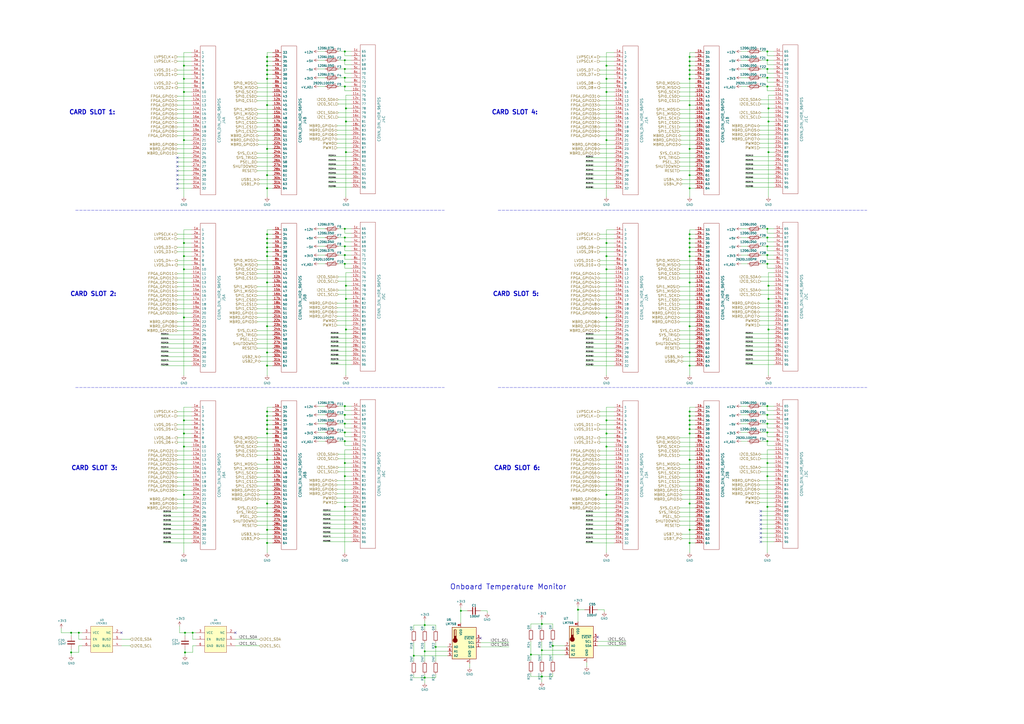
<source format=kicad_sch>
(kicad_sch (version 20211123) (generator eeschema)
  (paper "A2")
  (title_block (title "63HP HILTOP Backplane") (date "2021-02-04") (rev "C") (company "Devtank Ltd"))
  (junction (at 320.675 374.65))
  (junction (at 246.38 362.585))
  (junction (at 400.05 148.59))
  (junction (at 106.68 38.1))
  (junction (at 154.94 40.64))
  (junction (at 200.025 147.955))
  (junction (at 307.975 379.73))
  (junction (at 445.135 240.665))
  (junction (at 400.05 212.09))
  (junction (at 200.025 294.005))
  (junction (at 154.94 148.59))
  (junction (at 106.68 259.08))
  (junction (at 154.94 86.36))
  (junction (at 246.38 377.825))
  (junction (at 200.025 235.585))
  (junction (at 200.025 50.165))
  (junction (at 351.79 38.1))
  (junction (at 200.025 40.005))
  (junction (at 200.025 45.085))
  (junction (at 445.135 142.875))
  (junction (at 106.68 243.84))
  (junction (at 154.94 266.7))
  (junction (at 445.77 173.355))
  (junction (at 445.135 255.905))
  (junction (at 154.94 45.72))
  (junction (at 400.05 238.76))
  (junction (at 445.135 132.715))
  (junction (at 400.05 109.22))
  (junction (at 445.135 45.085))
  (junction (at 335.28 353.695))
  (junction (at 351.79 81.28))
  (junction (at 351.79 148.59))
  (junction (at 351.79 45.72))
  (junction (at 314.325 377.19))
  (junction (at 106.68 251.46))
  (junction (at 351.79 251.46))
  (junction (at 400.05 138.43))
  (junction (at 106.68 53.34))
  (junction (at 154.94 204.47))
  (junction (at 445.77 62.865))
  (junction (at 106.68 156.21))
  (junction (at 445.135 137.795))
  (junction (at 400.05 204.47))
  (junction (at 400.05 243.84))
  (junction (at 154.94 135.89))
  (junction (at 200.025 132.715))
  (junction (at 154.94 38.1))
  (junction (at 106.68 184.15))
  (junction (at 200.66 62.865))
  (junction (at 154.94 143.51))
  (junction (at 400.05 45.72))
  (junction (at 400.05 86.36))
  (junction (at 111.76 367.03))
  (junction (at 200.025 255.905))
  (junction (at 41.275 378.46))
  (junction (at 400.05 266.7))
  (junction (at 154.94 307.34))
  (junction (at 400.05 246.38))
  (junction (at 200.025 142.875))
  (junction (at 351.79 140.97))
  (junction (at 154.94 60.96))
  (junction (at 200.025 34.925))
  (junction (at 445.135 250.825))
  (junction (at 400.05 248.92))
  (junction (at 351.79 156.21))
  (junction (at 154.94 33.02))
  (junction (at 107.315 367.03))
  (junction (at 45.72 367.03))
  (junction (at 200.66 173.355))
  (junction (at 246.38 393.065))
  (junction (at 314.325 392.43))
  (junction (at 400.05 163.83))
  (junction (at 154.94 101.6))
  (junction (at 106.68 287.02))
  (junction (at 200.025 29.845))
  (junction (at 252.73 375.285))
  (junction (at 351.79 53.34))
  (junction (at 445.135 40.005))
  (junction (at 445.135 245.745))
  (junction (at 400.05 60.96))
  (junction (at 154.94 241.3))
  (junction (at 445.135 50.165))
  (junction (at 154.94 109.22))
  (junction (at 351.79 259.08))
  (junction (at 154.94 212.09))
  (junction (at 200.025 250.825))
  (junction (at 445.135 147.955))
  (junction (at 400.05 189.23))
  (junction (at 445.135 29.845))
  (junction (at 445.135 34.925))
  (junction (at 200.025 268.605))
  (junction (at 106.68 148.59))
  (junction (at 445.77 165.735))
  (junction (at 240.03 380.365))
  (junction (at 154.94 238.76))
  (junction (at 200.025 240.665))
  (junction (at 200.025 276.225))
  (junction (at 154.94 246.38))
  (junction (at 445.77 70.485))
  (junction (at 400.05 35.56))
  (junction (at 314.325 361.95))
  (junction (at 400.05 43.18))
  (junction (at 400.05 251.46))
  (junction (at 154.94 43.18))
  (junction (at 351.79 287.02))
  (junction (at 351.79 243.84))
  (junction (at 445.135 294.005))
  (junction (at 445.135 276.225))
  (junction (at 154.94 146.05))
  (junction (at 200.025 153.035))
  (junction (at 154.94 251.46))
  (junction (at 106.68 140.97))
  (junction (at 400.05 38.1))
  (junction (at 400.05 101.6))
  (junction (at 200.025 245.745))
  (junction (at 106.68 81.28))
  (junction (at 400.05 40.64))
  (junction (at 400.05 314.96))
  (junction (at 400.05 135.89))
  (junction (at 445.77 191.135))
  (junction (at 400.05 241.3))
  (junction (at 400.05 140.97))
  (junction (at 154.94 292.1))
  (junction (at 445.77 88.265))
  (junction (at 200.66 191.135))
  (junction (at 267.335 354.33))
  (junction (at 200.66 70.485))
  (junction (at 200.66 88.265))
  (junction (at 154.94 35.56))
  (junction (at 400.05 292.1))
  (junction (at 154.94 140.97))
  (junction (at 41.275 367.03))
  (junction (at 154.94 163.83))
  (junction (at 154.94 189.23))
  (junction (at 106.68 45.72))
  (junction (at 154.94 243.84))
  (junction (at 154.94 248.92))
  (junction (at 154.94 314.96))
  (junction (at 154.94 138.43))
  (junction (at 200.66 165.735))
  (junction (at 400.05 307.34))
  (junction (at 445.135 153.035))
  (junction (at 445.135 268.605))
  (junction (at 107.315 378.46))
  (junction (at 400.05 143.51))
  (junction (at 400.05 33.02))
  (junction (at 200.025 137.795))
  (junction (at 351.79 184.15))
  (junction (at 445.135 235.585))
  (junction (at 400.05 146.05))
  (no_connect (at 102.87 99.06))
  (no_connect (at 441.325 311.785))
  (no_connect (at 441.325 301.625))
  (no_connect (at 102.87 96.52))
  (no_connect (at 441.325 299.085))
  (no_connect (at 346.71 369.57))
  (no_connect (at 102.87 91.44))
  (no_connect (at 441.325 309.245))
  (no_connect (at 278.765 370.205))
  (no_connect (at 102.87 106.68))
  (no_connect (at 441.325 304.165))
  (no_connect (at 70.485 367.03))
  (no_connect (at 102.87 101.6))
  (no_connect (at 102.87 104.14))
  (no_connect (at 441.325 314.325))
  (no_connect (at 136.525 367.03))
  (no_connect (at 102.87 93.98))
  (no_connect (at 102.87 109.22))
  (no_connect (at 441.325 296.545))
  (no_connect (at 441.325 306.705))
  (wire (pts (xy 188.595 40.005) (xy 184.785 40.005)))
  (wire (pts (xy 158.115 43.18) (xy 154.94 43.18)))
  (wire (pts (xy 400.05 241.3) (xy 400.05 243.84)))
  (wire (pts (xy 188.595 255.905) (xy 184.785 255.905)))
  (wire (pts (xy 149.225 299.72) (xy 158.115 299.72)))
  (wire (pts (xy 445.135 268.605) (xy 448.945 268.605)))
  (wire (pts (xy 158.115 91.44) (xy 149.225 91.44)))
  (wire (pts (xy 347.98 158.75) (xy 356.235 158.75)))
  (wire (pts (xy 111.76 370.84) (xy 111.76 367.03)))
  (wire (pts (xy 347.98 186.69) (xy 356.235 186.69)))
  (wire (pts (xy 102.87 158.75) (xy 111.125 158.75)))
  (wire (pts (xy 448.945 255.905) (xy 445.135 255.905)))
  (wire (pts (xy 448.945 142.875) (xy 445.135 142.875)))
  (wire (pts (xy 200.025 40.005) (xy 196.215 40.005)))
  (wire (pts (xy 111.125 71.12) (xy 102.87 71.12)))
  (wire (pts (xy 347.98 33.02) (xy 356.235 33.02)))
  (wire (pts (xy 158.115 259.08) (xy 149.225 259.08)))
  (wire (pts (xy 200.025 258.445) (xy 200.025 255.905)))
  (wire (pts (xy 403.225 266.7) (xy 400.05 266.7)))
  (wire (pts (xy 403.225 189.23) (xy 400.05 189.23)))
  (wire (pts (xy 440.69 286.385) (xy 448.945 286.385)))
  (wire (pts (xy 351.79 259.08) (xy 351.79 287.02)))
  (wire (pts (xy 448.945 258.445) (xy 445.135 258.445)))
  (wire (pts (xy 154.94 212.09) (xy 154.94 217.805)))
  (wire (pts (xy 327.66 377.19) (xy 314.325 377.19)))
  (wire (pts (xy 448.945 45.085) (xy 445.135 45.085)))
  (wire (pts (xy 111.125 201.93) (xy 93.345 201.93)))
  (wire (pts (xy 200.025 245.745) (xy 196.215 245.745)))
  (wire (pts (xy 400.05 133.35) (xy 400.05 135.89)))
  (wire (pts (xy 111.125 30.48) (xy 106.68 30.48)))
  (wire (pts (xy 403.225 294.64) (xy 394.335 294.64)))
  (wire (pts (xy 200.66 62.865) (xy 203.835 62.865)))
  (wire (pts (xy 102.87 168.91) (xy 111.125 168.91)))
  (wire (pts (xy 203.835 163.195) (xy 196.215 163.195)))
  (wire (pts (xy 347.98 173.99) (xy 356.235 173.99)))
  (wire (pts (xy 190.5 108.585) (xy 203.835 108.585)))
  (wire (pts (xy 448.945 47.625) (xy 445.135 47.625)))
  (wire (pts (xy 151.13 209.55) (xy 158.115 209.55)))
  (wire (pts (xy 158.115 161.29) (xy 149.225 161.29)))
  (wire (pts (xy 433.705 50.165) (xy 429.895 50.165)))
  (wire (pts (xy 403.225 236.22) (xy 400.05 236.22)))
  (wire (pts (xy 356.235 314.96) (xy 339.725 314.96)))
  (wire (pts (xy 203.835 98.425) (xy 190.5 98.425)))
  (wire (pts (xy 400.05 212.09) (xy 403.225 212.09)))
  (wire (pts (xy 203.835 211.455) (xy 191.77 211.455)))
  (wire (pts (xy 347.98 254) (xy 356.235 254)))
  (wire (pts (xy 347.98 189.23) (xy 356.235 189.23)))
  (wire (pts (xy 445.135 276.225) (xy 448.945 276.225)))
  (wire (pts (xy 351.79 53.34) (xy 351.79 81.28)))
  (wire (pts (xy 203.835 188.595) (xy 195.58 188.595)))
  (wire (pts (xy 403.225 55.88) (xy 394.335 55.88)))
  (wire (pts (xy 403.225 161.29) (xy 394.335 161.29)))
  (wire (pts (xy 356.235 106.68) (xy 339.725 106.68)))
  (wire (pts (xy 403.225 63.5) (xy 394.335 63.5)))
  (wire (pts (xy 356.235 78.74) (xy 347.98 78.74)))
  (wire (pts (xy 154.94 45.72) (xy 154.94 60.96)))
  (wire (pts (xy 111.125 109.22) (xy 102.87 109.22)))
  (wire (pts (xy 158.115 201.93) (xy 149.225 201.93)))
  (wire (pts (xy 188.595 137.795) (xy 184.785 137.795)))
  (wire (pts (xy 200.025 52.705) (xy 200.025 50.165)))
  (wire (pts (xy 154.94 60.96) (xy 158.115 60.96)))
  (wire (pts (xy 448.945 211.455) (xy 432.435 211.455)))
  (wire (pts (xy 111.125 309.88) (xy 94.615 309.88)))
  (wire (pts (xy 158.115 38.1) (xy 154.94 38.1)))
  (wire (pts (xy 240.03 365.125) (xy 240.03 362.585)))
  (wire (pts (xy 448.945 186.055) (xy 440.69 186.055)))
  (wire (pts (xy 158.115 135.89) (xy 154.94 135.89)))
  (wire (pts (xy 203.835 93.345) (xy 190.5 93.345)))
  (wire (pts (xy 200.66 165.735) (xy 203.835 165.735)))
  (wire (pts (xy 203.835 301.625) (xy 187.325 301.625)))
  (wire (pts (xy 314.325 359.41) (xy 314.325 361.95)))
  (wire (pts (xy 356.235 50.8) (xy 347.98 50.8)))
  (wire (pts (xy 203.835 245.745) (xy 200.025 245.745)))
  (wire (pts (xy 440.69 73.025) (xy 448.945 73.025)))
  (wire (pts (xy 102.87 191.77) (xy 111.125 191.77)))
  (wire (pts (xy 203.835 263.525) (xy 196.215 263.525)))
  (wire (pts (xy 154.94 43.18) (xy 154.94 45.72)))
  (wire (pts (xy 203.835 235.585) (xy 200.025 235.585)))
  (wire (pts (xy 403.225 171.45) (xy 394.335 171.45)))
  (wire (pts (xy 195.58 175.895) (xy 203.835 175.895)))
  (wire (pts (xy 154.94 143.51) (xy 154.94 146.05)))
  (wire (pts (xy 203.835 271.145) (xy 196.215 271.145)))
  (wire (pts (xy 111.125 58.42) (xy 102.87 58.42)))
  (wire (pts (xy 403.225 138.43) (xy 400.05 138.43)))
  (wire (pts (xy 347.98 292.1) (xy 356.235 292.1)))
  (wire (pts (xy 448.945 188.595) (xy 440.69 188.595)))
  (wire (pts (xy 356.235 68.58) (xy 347.98 68.58)))
  (wire (pts (xy 200.025 137.795) (xy 196.215 137.795)))
  (wire (pts (xy 102.87 181.61) (xy 111.125 181.61)))
  (wire (pts (xy 158.115 40.64) (xy 154.94 40.64)))
  (wire (pts (xy 35.56 364.49) (xy 35.56 367.03)))
  (wire (pts (xy 445.135 320.675) (xy 445.135 294.005)))
  (wire (pts (xy 154.94 307.34) (xy 154.94 314.96)))
  (wire (pts (xy 259.715 377.825) (xy 246.38 377.825)))
  (wire (pts (xy 356.235 55.88) (xy 347.98 55.88)))
  (wire (pts (xy 111.76 374.65) (xy 113.665 374.65)))
  (wire (pts (xy 448.945 304.165) (xy 441.325 304.165)))
  (wire (pts (xy 394.335 186.69) (xy 403.225 186.69)))
  (wire (pts (xy 448.945 132.715) (xy 445.135 132.715)))
  (wire (pts (xy 158.115 276.86) (xy 149.225 276.86)))
  (wire (pts (xy 203.835 90.805) (xy 190.5 90.805)))
  (wire (pts (xy 102.87 276.86) (xy 111.125 276.86)))
  (wire (pts (xy 347.98 241.3) (xy 356.235 241.3)))
  (wire (pts (xy 356.235 207.01) (xy 339.725 207.01)))
  (wire (pts (xy 320.675 392.43) (xy 320.675 390.525)))
  (wire (pts (xy 351.79 287.02) (xy 351.79 320.675)))
  (wire (pts (xy 102.87 266.7) (xy 111.125 266.7)))
  (polyline (pts (xy 288.925 121.92) (xy 502.92 121.92)))
  (wire (pts (xy 106.68 140.97) (xy 111.125 140.97)))
  (wire (pts (xy 158.115 55.88) (xy 149.225 55.88)))
  (wire (pts (xy 394.97 81.28) (xy 403.225 81.28)))
  (wire (pts (xy 158.115 279.4) (xy 149.225 279.4)))
  (wire (pts (xy 200.025 235.585) (xy 196.215 235.585)))
  (wire (pts (xy 403.225 133.35) (xy 400.05 133.35)))
  (wire (pts (xy 106.68 184.15) (xy 106.68 217.805)))
  (wire (pts (xy 433.705 250.825) (xy 429.895 250.825)))
  (wire (pts (xy 158.115 261.62) (xy 149.225 261.62)))
  (wire (pts (xy 200.025 140.335) (xy 200.025 137.795)))
  (wire (pts (xy 158.115 191.77) (xy 149.225 191.77)))
  (wire (pts (xy 400.05 320.675) (xy 400.05 314.96)))
  (wire (pts (xy 445.77 70.485) (xy 448.945 70.485)))
  (wire (pts (xy 394.335 184.15) (xy 403.225 184.15)))
  (wire (pts (xy 403.225 33.02) (xy 400.05 33.02)))
  (wire (pts (xy 351.79 53.34) (xy 356.235 53.34)))
  (wire (pts (xy 102.87 238.76) (xy 111.125 238.76)))
  (wire (pts (xy 200.66 70.485) (xy 203.835 70.485)))
  (wire (pts (xy 41.275 378.46) (xy 45.72 378.46)))
  (wire (pts (xy 45.72 367.03) (xy 47.625 367.03)))
  (wire (pts (xy 347.98 238.76) (xy 356.235 238.76)))
  (wire (pts (xy 246.38 362.585) (xy 246.38 365.125)))
  (wire (pts (xy 106.68 243.84) (xy 106.68 251.46)))
  (wire (pts (xy 440.69 75.565) (xy 448.945 75.565)))
  (wire (pts (xy 403.225 281.94) (xy 394.335 281.94)))
  (wire (pts (xy 200.025 34.925) (xy 196.215 34.925)))
  (wire (pts (xy 246.38 360.045) (xy 246.38 362.585)))
  (wire (pts (xy 356.235 297.18) (xy 339.725 297.18)))
  (wire (pts (xy 203.835 140.335) (xy 200.025 140.335)))
  (wire (pts (xy 400.05 38.1) (xy 400.05 40.64)))
  (wire (pts (xy 203.835 273.685) (xy 196.215 273.685)))
  (wire (pts (xy 351.79 81.28) (xy 356.235 81.28)))
  (wire (pts (xy 158.115 48.26) (xy 149.225 48.26)))
  (wire (pts (xy 200.025 260.985) (xy 200.025 268.605)))
  (wire (pts (xy 347.98 151.13) (xy 356.235 151.13)))
  (wire (pts (xy 307.975 364.49) (xy 307.975 361.95)))
  (wire (pts (xy 203.835 170.815) (xy 196.215 170.815)))
  (wire (pts (xy 448.945 108.585) (xy 432.435 108.585)))
  (wire (pts (xy 200.025 255.905) (xy 196.215 255.905)))
  (wire (pts (xy 200.025 132.715) (xy 196.215 132.715)))
  (wire (pts (xy 403.225 274.32) (xy 394.335 274.32)))
  (wire (pts (xy 445.77 173.355) (xy 445.77 191.135)))
  (wire (pts (xy 347.98 35.56) (xy 356.235 35.56)))
  (wire (pts (xy 403.225 68.58) (xy 394.335 68.58)))
  (wire (pts (xy 448.945 208.915) (xy 432.435 208.915)))
  (wire (pts (xy 350.52 353.695) (xy 350.52 354.965)))
  (wire (pts (xy 203.835 186.055) (xy 195.58 186.055)))
  (wire (pts (xy 158.115 266.7) (xy 154.94 266.7)))
  (wire (pts (xy 448.945 60.325) (xy 441.325 60.325)))
  (wire (pts (xy 448.945 243.205) (xy 445.135 243.205)))
  (wire (pts (xy 433.705 153.035) (xy 429.895 153.035)))
  (wire (pts (xy 200.025 45.085) (xy 196.215 45.085)))
  (wire (pts (xy 347.98 176.53) (xy 356.235 176.53)))
  (wire (pts (xy 271.145 354.33) (xy 267.335 354.33)))
  (wire (pts (xy 106.68 140.97) (xy 106.68 148.59)))
  (wire (pts (xy 158.115 50.8) (xy 149.225 50.8)))
  (wire (pts (xy 158.115 151.13) (xy 149.225 151.13)))
  (wire (pts (xy 200.025 240.665) (xy 196.215 240.665)))
  (wire (pts (xy 448.945 50.165) (xy 445.135 50.165)))
  (wire (pts (xy 448.945 135.255) (xy 445.135 135.255)))
  (wire (pts (xy 154.94 109.22) (xy 158.115 109.22)))
  (wire (pts (xy 395.605 287.02) (xy 403.225 287.02)))
  (wire (pts (xy 203.835 37.465) (xy 200.025 37.465)))
  (wire (pts (xy 403.225 76.2) (xy 394.335 76.2)))
  (wire (pts (xy 111.125 96.52) (xy 102.87 96.52)))
  (wire (pts (xy 158.115 93.98) (xy 149.225 93.98)))
  (wire (pts (xy 448.945 163.195) (xy 441.325 163.195)))
  (wire (pts (xy 154.94 146.05) (xy 154.94 148.59)))
  (wire (pts (xy 154.94 38.1) (xy 154.94 40.64)))
  (wire (pts (xy 149.86 83.82) (xy 158.115 83.82)))
  (wire (pts (xy 158.115 63.5) (xy 149.225 63.5)))
  (wire (pts (xy 200.66 173.355) (xy 200.66 191.135)))
  (wire (pts (xy 403.225 256.54) (xy 394.335 256.54)))
  (wire (pts (xy 154.94 138.43) (xy 154.94 140.97)))
  (wire (pts (xy 102.87 284.48) (xy 111.125 284.48)))
  (wire (pts (xy 106.68 53.34) (xy 111.125 53.34)))
  (wire (pts (xy 203.835 150.495) (xy 200.025 150.495)))
  (wire (pts (xy 200.025 250.825) (xy 196.215 250.825)))
  (wire (pts (xy 111.125 299.72) (xy 94.615 299.72)))
  (wire (pts (xy 433.705 147.955) (xy 429.895 147.955)))
  (wire (pts (xy 158.115 104.14) (xy 150.495 104.14)))
  (wire (pts (xy 203.835 147.955) (xy 200.025 147.955)))
  (wire (pts (xy 400.05 43.18) (xy 400.05 45.72)))
  (wire (pts (xy 106.68 148.59) (xy 111.125 148.59)))
  (wire (pts (xy 394.335 181.61) (xy 403.225 181.61)))
  (wire (pts (xy 307.975 390.525) (xy 307.975 392.43)))
  (wire (pts (xy 246.38 393.065) (xy 246.38 396.24)))
  (wire (pts (xy 400.05 148.59) (xy 403.225 148.59)))
  (wire (pts (xy 400.05 60.96) (xy 403.225 60.96)))
  (wire (pts (xy 403.225 99.06) (xy 394.335 99.06)))
  (wire (pts (xy 203.835 306.705) (xy 187.325 306.705)))
  (wire (pts (xy 203.835 85.725) (xy 195.58 85.725)))
  (wire (pts (xy 154.94 148.59) (xy 158.115 148.59)))
  (wire (pts (xy 154.94 212.09) (xy 158.115 212.09)))
  (wire (pts (xy 351.79 259.08) (xy 356.235 259.08)))
  (wire (pts (xy 259.715 380.365) (xy 240.03 380.365)))
  (wire (pts (xy 400.05 33.02) (xy 400.05 35.56)))
  (wire (pts (xy 448.945 83.185) (xy 440.69 83.185)))
  (wire (pts (xy 448.945 238.125) (xy 445.135 238.125)))
  (wire (pts (xy 440.69 175.895) (xy 448.945 175.895)))
  (wire (pts (xy 440.69 281.305) (xy 448.945 281.305)))
  (wire (pts (xy 403.225 146.05) (xy 400.05 146.05)))
  (wire (pts (xy 403.225 251.46) (xy 400.05 251.46)))
  (wire (pts (xy 203.835 258.445) (xy 200.025 258.445)))
  (wire (pts (xy 158.115 140.97) (xy 154.94 140.97)))
  (wire (pts (xy 200.025 135.255) (xy 200.025 132.715)))
  (wire (pts (xy 356.235 73.66) (xy 347.98 73.66)))
  (wire (pts (xy 203.835 29.845) (xy 200.025 29.845)))
  (wire (pts (xy 400.05 189.23) (xy 400.05 204.47)))
  (wire (pts (xy 106.68 114.3) (xy 106.68 81.28)))
  (wire (pts (xy 400.05 40.64) (xy 400.05 43.18)))
  (wire (pts (xy 403.225 204.47) (xy 400.05 204.47)))
  (wire (pts (xy 403.225 151.13) (xy 394.335 151.13)))
  (wire (pts (xy 106.68 251.46) (xy 111.125 251.46)))
  (wire (pts (xy 448.945 235.585) (xy 445.135 235.585)))
  (wire (pts (xy 448.945 248.285) (xy 445.135 248.285)))
  (wire (pts (xy 111.125 76.2) (xy 102.87 76.2)))
  (wire (pts (xy 203.835 158.115) (xy 200.66 158.115)))
  (wire (pts (xy 203.835 248.285) (xy 200.025 248.285)))
  (wire (pts (xy 351.79 148.59) (xy 351.79 156.21)))
  (wire (pts (xy 111.125 307.34) (xy 94.615 307.34)))
  (wire (pts (xy 448.945 201.295) (xy 432.435 201.295)))
  (wire (pts (xy 203.835 145.415) (xy 200.025 145.415)))
  (wire (pts (xy 200.025 142.875) (xy 196.215 142.875)))
  (wire (pts (xy 154.94 246.38) (xy 154.94 248.92)))
  (wire (pts (xy 347.98 168.91) (xy 356.235 168.91)))
  (wire (pts (xy 445.135 248.285) (xy 445.135 245.745)))
  (wire (pts (xy 403.225 269.24) (xy 394.335 269.24)))
  (wire (pts (xy 314.325 390.525) (xy 314.325 392.43)))
  (wire (pts (xy 356.235 199.39) (xy 339.725 199.39)))
  (wire (pts (xy 102.87 271.78) (xy 111.125 271.78)))
  (wire (pts (xy 158.115 302.26) (xy 149.225 302.26)))
  (wire (pts (xy 111.125 106.68) (xy 102.87 106.68)))
  (wire (pts (xy 445.77 62.865) (xy 448.945 62.865)))
  (wire (pts (xy 351.79 156.21) (xy 356.235 156.21)))
  (wire (pts (xy 158.115 58.42) (xy 149.225 58.42)))
  (wire (pts (xy 448.945 245.745) (xy 445.135 245.745)))
  (wire (pts (xy 200.025 29.845) (xy 196.215 29.845)))
  (wire (pts (xy 200.025 238.125) (xy 200.025 235.585)))
  (polyline (pts (xy 288.925 224.79) (xy 502.92 224.79)))
  (wire (pts (xy 154.94 135.89) (xy 154.94 138.43)))
  (wire (pts (xy 149.225 184.15) (xy 158.115 184.15)))
  (wire (pts (xy 150.495 289.56) (xy 158.115 289.56)))
  (wire (pts (xy 111.76 378.46) (xy 111.76 374.65)))
  (wire (pts (xy 356.235 194.31) (xy 339.725 194.31)))
  (wire (pts (xy 396.24 209.55) (xy 403.225 209.55)))
  (wire (pts (xy 445.135 29.845) (xy 441.325 29.845)))
  (wire (pts (xy 356.235 204.47) (xy 339.725 204.47)))
  (wire (pts (xy 448.945 153.035) (xy 445.135 153.035)))
  (wire (pts (xy 154.94 163.83) (xy 154.94 189.23)))
  (wire (pts (xy 203.835 42.545) (xy 200.025 42.545)))
  (wire (pts (xy 445.135 137.795) (xy 441.325 137.795)))
  (wire (pts (xy 106.68 38.1) (xy 106.68 45.72)))
  (wire (pts (xy 203.835 238.125) (xy 200.025 238.125)))
  (wire (pts (xy 356.235 58.42) (xy 347.98 58.42)))
  (wire (pts (xy 448.945 52.705) (xy 445.135 52.705)))
  (wire (pts (xy 347.98 179.07) (xy 356.235 179.07)))
  (wire (pts (xy 429.895 235.585) (xy 433.705 235.585)))
  (wire (pts (xy 102.87 83.82) (xy 111.125 83.82)))
  (wire (pts (xy 158.115 166.37) (xy 149.225 166.37)))
  (wire (pts (xy 203.835 135.255) (xy 200.025 135.255)))
  (wire (pts (xy 113.665 370.84) (xy 111.76 370.84)))
  (wire (pts (xy 448.945 32.385) (xy 445.135 32.385)))
  (wire (pts (xy 158.115 256.54) (xy 149.225 256.54)))
  (wire (pts (xy 158.115 294.64) (xy 149.225 294.64)))
  (wire (pts (xy 445.135 132.715) (xy 441.325 132.715)))
  (wire (pts (xy 403.225 163.83) (xy 400.05 163.83)))
  (wire (pts (xy 400.05 148.59) (xy 400.05 163.83)))
  (wire (pts (xy 106.68 287.02) (xy 111.125 287.02)))
  (wire (pts (xy 445.135 255.905) (xy 441.325 255.905)))
  (wire (pts (xy 158.115 248.92) (xy 154.94 248.92)))
  (wire (pts (xy 203.835 311.785) (xy 187.325 311.785)))
  (wire (pts (xy 158.115 189.23) (xy 154.94 189.23)))
  (wire (pts (xy 403.225 91.44) (xy 394.335 91.44)))
  (wire (pts (xy 158.115 199.39) (xy 149.225 199.39)))
  (wire (pts (xy 203.835 83.185) (xy 195.58 83.185)))
  (wire (pts (xy 395.605 289.56) (xy 403.225 289.56)))
  (wire (pts (xy 154.94 148.59) (xy 154.94 163.83)))
  (wire (pts (xy 102.87 43.18) (xy 111.125 43.18)))
  (wire (pts (xy 200.66 158.115) (xy 200.66 165.735)))
  (wire (pts (xy 259.715 375.285) (xy 252.73 375.285)))
  (wire (pts (xy 158.115 269.24) (xy 149.225 269.24)))
  (wire (pts (xy 106.68 243.84) (xy 111.125 243.84)))
  (wire (pts (xy 102.87 143.51) (xy 111.125 143.51)))
  (wire (pts (xy 347.98 86.36) (xy 356.235 86.36)))
  (wire (pts (xy 158.115 254) (xy 149.225 254)))
  (wire (pts (xy 102.87 261.62) (xy 111.125 261.62)))
  (wire (pts (xy 400.05 307.34) (xy 400.05 314.96)))
  (wire (pts (xy 403.225 38.1) (xy 400.05 38.1)))
  (wire (pts (xy 190.5 100.965) (xy 203.835 100.965)))
  (wire (pts (xy 448.945 203.835) (xy 432.435 203.835)))
  (wire (pts (xy 158.115 33.02) (xy 154.94 33.02)))
  (wire (pts (xy 448.945 263.525) (xy 441.325 263.525)))
  (wire (pts (xy 356.235 30.48) (xy 351.79 30.48)))
  (wire (pts (xy 154.94 292.1) (xy 154.94 307.34)))
  (polyline (pts (xy 43.815 224.79) (xy 257.81 224.79)))
  (wire (pts (xy 403.225 48.26) (xy 394.335 48.26)))
  (wire (pts (xy 351.79 114.3) (xy 351.79 81.28)))
  (wire (pts (xy 158.115 304.8) (xy 149.225 304.8)))
  (wire (pts (xy 314.325 372.11) (xy 314.325 377.19)))
  (wire (pts (xy 203.835 296.545) (xy 187.325 296.545)))
  (wire (pts (xy 448.945 288.925) (xy 440.69 288.925)))
  (wire (pts (xy 403.225 88.9) (xy 394.335 88.9)))
  (wire (pts (xy 448.945 140.335) (xy 445.135 140.335)))
  (wire (pts (xy 252.73 375.285) (xy 252.73 383.54)))
  (wire (pts (xy 107.315 380.365) (xy 107.315 378.46)))
  (wire (pts (xy 433.705 137.795) (xy 429.895 137.795)))
  (wire (pts (xy 400.05 35.56) (xy 400.05 38.1)))
  (wire (pts (xy 158.115 251.46) (xy 154.94 251.46)))
  (wire (pts (xy 403.225 297.18) (xy 394.335 297.18)))
  (wire (pts (xy 448.945 260.985) (xy 445.135 260.985)))
  (wire (pts (xy 102.87 173.99) (xy 111.125 173.99)))
  (wire (pts (xy 347.98 43.18) (xy 356.235 43.18)))
  (wire (pts (xy 445.135 42.545) (xy 445.135 40.005)))
  (wire (pts (xy 203.835 203.835) (xy 191.77 203.835)))
  (wire (pts (xy 403.225 304.8) (xy 394.335 304.8)))
  (wire (pts (xy 400.05 266.7) (xy 400.05 292.1)))
  (wire (pts (xy 41.275 368.935) (xy 41.275 367.03)))
  (wire (pts (xy 154.94 204.47) (xy 154.94 212.09)))
  (wire (pts (xy 203.835 160.655) (xy 196.215 160.655)))
  (wire (pts (xy 429.895 132.715) (xy 433.705 132.715)))
  (wire (pts (xy 400.05 212.09) (xy 400.05 217.805)))
  (wire (pts (xy 282.575 354.33) (xy 278.765 354.33)))
  (wire (pts (xy 102.87 292.1) (xy 111.125 292.1)))
  (wire (pts (xy 246.38 377.825) (xy 246.38 383.54)))
  (wire (pts (xy 200.025 32.385) (xy 200.025 29.845)))
  (wire (pts (xy 448.945 98.425) (xy 432.435 98.425)))
  (wire (pts (xy 445.135 145.415) (xy 445.135 142.875)))
  (wire (pts (xy 200.025 320.675) (xy 200.025 294.005)))
  (wire (pts (xy 347.98 294.64) (xy 356.235 294.64)))
  (wire (pts (xy 327.66 379.73) (xy 307.975 379.73)))
  (wire (pts (xy 252.73 372.745) (xy 252.73 375.285)))
  (wire (pts (xy 347.98 40.64) (xy 356.235 40.64)))
  (wire (pts (xy 400.05 248.92) (xy 400.05 251.46)))
  (wire (pts (xy 35.56 367.03) (xy 41.275 367.03)))
  (wire (pts (xy 158.115 204.47) (xy 154.94 204.47)))
  (wire (pts (xy 45.72 374.65) (xy 47.625 374.65)))
  (wire (pts (xy 158.115 76.2) (xy 149.225 76.2)))
  (wire (pts (xy 158.115 73.66) (xy 149.225 73.66)))
  (wire (pts (xy 394.97 78.74) (xy 403.225 78.74)))
  (wire (pts (xy 203.835 243.205) (xy 200.025 243.205)))
  (wire (pts (xy 448.945 168.275) (xy 441.325 168.275)))
  (wire (pts (xy 403.225 158.75) (xy 394.335 158.75)))
  (wire (pts (xy 347.98 166.37) (xy 356.235 166.37)))
  (wire (pts (xy 445.77 191.135) (xy 448.945 191.135)))
  (wire (pts (xy 102.87 246.38) (xy 111.125 246.38)))
  (wire (pts (xy 93.345 204.47) (xy 111.125 204.47)))
  (wire (pts (xy 400.05 140.97) (xy 400.05 143.51)))
  (wire (pts (xy 111.125 66.04) (xy 102.87 66.04)))
  (wire (pts (xy 111.125 196.85) (xy 93.345 196.85)))
  (wire (pts (xy 106.68 30.48) (xy 106.68 38.1)))
  (wire (pts (xy 347.98 256.54) (xy 356.235 256.54)))
  (wire (pts (xy 356.235 66.04) (xy 347.98 66.04)))
  (wire (pts (xy 154.94 101.6) (xy 154.94 109.22)))
  (wire (pts (xy 351.79 45.72) (xy 351.79 53.34)))
  (wire (pts (xy 41.275 376.555) (xy 41.275 378.46)))
  (wire (pts (xy 111.125 194.31) (xy 93.345 194.31)))
  (wire (pts (xy 351.79 38.1) (xy 356.235 38.1)))
  (wire (pts (xy 403.225 173.99) (xy 394.335 173.99)))
  (wire (pts (xy 433.705 255.905) (xy 429.895 255.905)))
  (wire (pts (xy 403.225 43.18) (xy 400.05 43.18)))
  (wire (pts (xy 403.225 201.93) (xy 394.335 201.93)))
  (wire (pts (xy 448.945 150.495) (xy 445.135 150.495)))
  (wire (pts (xy 102.87 33.02) (xy 111.125 33.02)))
  (wire (pts (xy 203.835 52.705) (xy 200.025 52.705)))
  (wire (pts (xy 347.98 138.43) (xy 356.235 138.43)))
  (wire (pts (xy 403.225 241.3) (xy 400.05 241.3)))
  (wire (pts (xy 200.025 253.365) (xy 200.025 250.825)))
  (wire (pts (xy 200.025 276.225) (xy 203.835 276.225)))
  (wire (pts (xy 203.835 57.785) (xy 196.215 57.785)))
  (wire (pts (xy 111.125 50.8) (xy 102.87 50.8)))
  (wire (pts (xy 240.03 391.16) (xy 240.03 393.065)))
  (wire (pts (xy 203.835 309.245) (xy 187.325 309.245)))
  (wire (pts (xy 106.68 53.34) (xy 106.68 81.28)))
  (wire (pts (xy 106.68 251.46) (xy 106.68 259.08)))
  (wire (pts (xy 195.58 183.515) (xy 203.835 183.515)))
  (wire (pts (xy 102.87 189.23) (xy 111.125 189.23)))
  (wire (pts (xy 448.945 106.045) (xy 432.435 106.045)))
  (wire (pts (xy 200.66 217.805) (xy 200.66 191.135)))
  (wire (pts (xy 445.135 32.385) (xy 445.135 29.845)))
  (wire (pts (xy 200.66 165.735) (xy 200.66 173.355)))
  (wire (pts (xy 445.135 245.745) (xy 441.325 245.745)))
  (wire (pts (xy 403.225 58.42) (xy 394.335 58.42)))
  (wire (pts (xy 102.87 153.67) (xy 111.125 153.67)))
  (wire (pts (xy 158.115 271.78) (xy 149.225 271.78)))
  (wire (pts (xy 195.58 75.565) (xy 203.835 75.565)))
  (wire (pts (xy 314.325 392.43) (xy 314.325 395.605)))
  (wire (pts (xy 41.275 380.365) (xy 41.275 378.46)))
  (wire (pts (xy 267.335 352.425) (xy 267.335 354.33)))
  (wire (pts (xy 195.58 281.305) (xy 203.835 281.305)))
  (wire (pts (xy 351.79 243.84) (xy 356.235 243.84)))
  (wire (pts (xy 440.69 183.515) (xy 448.945 183.515)))
  (wire (pts (xy 400.05 30.48) (xy 400.05 33.02)))
  (wire (pts (xy 314.325 392.43) (xy 320.675 392.43)))
  (wire (pts (xy 448.945 100.965) (xy 432.435 100.965)))
  (wire (pts (xy 351.79 148.59) (xy 356.235 148.59)))
  (wire (pts (xy 195.58 178.435) (xy 203.835 178.435)))
  (wire (pts (xy 154.94 243.84) (xy 154.94 246.38)))
  (wire (pts (xy 158.115 246.38) (xy 154.94 246.38)))
  (wire (pts (xy 335.28 353.695) (xy 335.28 360.68)))
  (wire (pts (xy 111.125 312.42) (xy 94.615 312.42)))
  (wire (pts (xy 111.125 48.26) (xy 102.87 48.26)))
  (wire (pts (xy 111.125 91.44) (xy 102.87 91.44)))
  (wire (pts (xy 400.05 251.46) (xy 400.05 266.7)))
  (wire (pts (xy 445.77 55.245) (xy 445.77 62.865)))
  (wire (pts (xy 445.77 70.485) (xy 445.77 88.265)))
  (wire (pts (xy 154.94 314.96) (xy 158.115 314.96)))
  (wire (pts (xy 448.945 65.405) (xy 441.325 65.405)))
  (wire (pts (xy 184.785 132.715) (xy 188.595 132.715)))
  (wire (pts (xy 440.69 78.105) (xy 448.945 78.105)))
  (wire (pts (xy 320.675 374.65) (xy 320.675 382.905)))
  (wire (pts (xy 445.77 165.735) (xy 445.77 173.355)))
  (wire (pts (xy 158.115 309.88) (xy 150.495 309.88)))
  (wire (pts (xy 203.835 206.375) (xy 191.77 206.375)))
  (wire (pts (xy 106.68 287.02) (xy 106.68 320.675)))
  (wire (pts (xy 356.235 133.35) (xy 351.79 133.35)))
  (wire (pts (xy 200.025 248.285) (xy 200.025 245.745)))
  (wire (pts (xy 203.835 32.385) (xy 200.025 32.385)))
  (wire (pts (xy 158.115 96.52) (xy 149.225 96.52)))
  (wire (pts (xy 111.125 93.98) (xy 102.87 93.98)))
  (wire (pts (xy 347.98 281.94) (xy 356.235 281.94)))
  (wire (pts (xy 200.025 155.575) (xy 200.025 153.035)))
  (wire (pts (xy 102.87 146.05) (xy 111.125 146.05)))
  (wire (pts (xy 445.135 52.705) (xy 445.135 50.165)))
  (wire (pts (xy 448.945 137.795) (xy 445.135 137.795)))
  (wire (pts (xy 356.235 96.52) (xy 339.725 96.52)))
  (wire (pts (xy 356.235 309.88) (xy 339.725 309.88)))
  (wire (pts (xy 106.68 236.22) (xy 106.68 243.84)))
  (wire (pts (xy 356.235 76.2) (xy 347.98 76.2)))
  (wire (pts (xy 158.115 274.32) (xy 149.225 274.32)))
  (wire (pts (xy 448.945 158.115) (xy 445.77 158.115)))
  (wire (pts (xy 102.87 256.54) (xy 111.125 256.54)))
  (wire (pts (xy 111.125 236.22) (xy 106.68 236.22)))
  (wire (pts (xy 106.68 184.15) (xy 111.125 184.15)))
  (wire (pts (xy 203.835 304.165) (xy 187.325 304.165)))
  (wire (pts (xy 347.98 181.61) (xy 356.235 181.61)))
  (wire (pts (xy 356.235 99.06) (xy 339.725 99.06)))
  (wire (pts (xy 203.835 95.885) (xy 190.5 95.885)))
  (wire (pts (xy 158.115 68.58) (xy 149.225 68.58)))
  (wire (pts (xy 246.38 391.16) (xy 246.38 393.065)))
  (wire (pts (xy 102.87 40.64) (xy 111.125 40.64)))
  (wire (pts (xy 445.135 235.585) (xy 441.325 235.585)))
  (wire (pts (xy 351.79 156.21) (xy 351.79 184.15)))
  (wire (pts (xy 158.115 241.3) (xy 154.94 241.3)))
  (wire (pts (xy 394.97 83.82) (xy 403.225 83.82)))
  (wire (pts (xy 102.87 88.9) (xy 111.125 88.9)))
  (wire (pts (xy 347.98 269.24) (xy 356.235 269.24)))
  (wire (pts (xy 203.835 198.755) (xy 191.77 198.755)))
  (wire (pts (xy 252.73 362.585) (xy 252.73 365.125)))
  (wire (pts (xy 347.98 88.9) (xy 356.235 88.9)))
  (wire (pts (xy 102.87 281.94) (xy 111.125 281.94)))
  (wire (pts (xy 154.94 248.92) (xy 154.94 251.46)))
  (wire (pts (xy 433.705 40.005) (xy 429.895 40.005)))
  (wire (pts (xy 200.66 88.265) (xy 203.835 88.265)))
  (wire (pts (xy 111.125 99.06) (xy 102.87 99.06)))
  (wire (pts (xy 203.835 34.925) (xy 200.025 34.925)))
  (wire (pts (xy 400.05 45.72) (xy 400.05 60.96)))
  (wire (pts (xy 448.945 85.725) (xy 440.69 85.725)))
  (wire (pts (xy 356.235 71.12) (xy 347.98 71.12)))
  (wire (pts (xy 154.94 30.48) (xy 154.94 33.02)))
  (wire (pts (xy 195.58 80.645) (xy 203.835 80.645)))
  (wire (pts (xy 356.235 48.26) (xy 347.98 48.26)))
  (wire (pts (xy 158.115 281.94) (xy 149.225 281.94)))
  (wire (pts (xy 203.835 196.215) (xy 191.77 196.215)))
  (wire (pts (xy 403.225 153.67) (xy 394.335 153.67)))
  (wire (pts (xy 106.68 259.08) (xy 106.68 287.02)))
  (wire (pts (xy 200.025 37.465) (xy 200.025 34.925)))
  (wire (pts (xy 356.235 236.22) (xy 351.79 236.22)))
  (wire (pts (xy 195.58 278.765) (xy 203.835 278.765)))
  (wire (pts (xy 111.76 367.03) (xy 113.665 367.03)))
  (wire (pts (xy 403.225 259.08) (xy 394.335 259.08)))
  (wire (pts (xy 400.05 109.22) (xy 403.225 109.22)))
  (wire (pts (xy 440.69 80.645) (xy 448.945 80.645)))
  (wire (pts (xy 351.79 133.35) (xy 351.79 140.97)))
  (wire (pts (xy 445.135 142.875) (xy 441.325 142.875)))
  (wire (pts (xy 347.98 264.16) (xy 356.235 264.16)))
  (wire (pts (xy 400.05 204.47) (xy 400.05 212.09)))
  (wire (pts (xy 111.125 63.5) (xy 102.87 63.5)))
  (wire (pts (xy 400.05 101.6) (xy 403.225 101.6)))
  (wire (pts (xy 448.945 291.465) (xy 440.69 291.465)))
  (wire (pts (xy 350.52 353.695) (xy 346.71 353.695)))
  (wire (pts (xy 351.79 140.97) (xy 356.235 140.97)))
  (wire (pts (xy 188.595 45.085) (xy 184.785 45.085)))
  (wire (pts (xy 203.835 45.085) (xy 200.025 45.085)))
  (wire (pts (xy 351.79 236.22) (xy 351.79 243.84)))
  (wire (pts (xy 403.225 302.26) (xy 394.335 302.26)))
  (wire (pts (xy 102.87 241.3) (xy 111.125 241.3)))
  (wire (pts (xy 106.68 45.72) (xy 111.125 45.72)))
  (wire (pts (xy 445.135 147.955) (xy 441.325 147.955)))
  (wire (pts (xy 445.135 240.665) (xy 441.325 240.665)))
  (wire (pts (xy 356.235 109.22) (xy 339.725 109.22)))
  (wire (pts (xy 445.77 62.865) (xy 445.77 70.485)))
  (wire (pts (xy 403.225 168.91) (xy 394.335 168.91)))
  (wire (pts (xy 158.115 30.48) (xy 154.94 30.48)))
  (wire (pts (xy 70.485 370.84) (xy 75.565 370.84)))
  (wire (pts (xy 203.835 50.165) (xy 200.025 50.165)))
  (wire (pts (xy 429.895 29.845) (xy 433.705 29.845)))
  (wire (pts (xy 195.58 73.025) (xy 203.835 73.025)))
  (wire (pts (xy 356.235 63.5) (xy 347.98 63.5)))
  (wire (pts (xy 150.495 312.42) (xy 158.115 312.42)))
  (wire (pts (xy 403.225 45.72) (xy 400.05 45.72)))
  (wire (pts (xy 351.79 45.72) (xy 356.235 45.72)))
  (wire (pts (xy 400.05 86.36) (xy 400.05 101.6)))
  (wire (pts (xy 400.05 146.05) (xy 400.05 148.59)))
  (wire (pts (xy 106.68 81.28) (xy 111.125 81.28)))
  (wire (pts (xy 107.315 368.935) (xy 107.315 367.03)))
  (wire (pts (xy 203.835 260.985) (xy 200.025 260.985)))
  (wire (pts (xy 240.03 362.585) (xy 246.38 362.585)))
  (wire (pts (xy 403.225 176.53) (xy 394.335 176.53)))
  (wire (pts (xy 445.77 158.115) (xy 445.77 165.735)))
  (wire (pts (xy 203.835 67.945) (xy 196.215 67.945)))
  (wire (pts (xy 184.785 29.845) (xy 188.595 29.845)))
  (wire (pts (xy 347.98 284.48) (xy 356.235 284.48)))
  (wire (pts (xy 203.835 132.715) (xy 200.025 132.715)))
  (wire (pts (xy 403.225 30.48) (xy 400.05 30.48)))
  (wire (pts (xy 154.94 140.97) (xy 154.94 143.51)))
  (wire (pts (xy 400.05 143.51) (xy 400.05 146.05)))
  (wire (pts (xy 102.87 264.16) (xy 111.125 264.16)))
  (wire (pts (xy 200.66 55.245) (xy 200.66 62.865)))
  (wire (pts (xy 403.225 143.51) (xy 400.05 143.51)))
  (wire (pts (xy 351.79 38.1) (xy 351.79 45.72)))
  (wire (pts (xy 200.66 114.3) (xy 200.66 88.265)))
  (wire (pts (xy 111.125 73.66) (xy 102.87 73.66)))
  (wire (pts (xy 200.025 243.205) (xy 200.025 240.665)))
  (wire (pts (xy 351.79 184.15) (xy 356.235 184.15)))
  (wire (pts (xy 347.98 171.45) (xy 356.235 171.45)))
  (wire (pts (xy 403.225 179.07) (xy 394.335 179.07)))
  (wire (pts (xy 448.945 314.325) (xy 441.325 314.325)))
  (wire (pts (xy 403.225 93.98) (xy 394.335 93.98)))
  (wire (pts (xy 278.765 372.745) (xy 295.275 372.745)))
  (wire (pts (xy 448.945 266.065) (xy 441.325 266.065)))
  (wire (pts (xy 403.225 191.77) (xy 394.335 191.77)))
  (wire (pts (xy 445.135 253.365) (xy 445.135 250.825)))
  (wire (pts (xy 448.945 57.785) (xy 441.325 57.785)))
  (wire (pts (xy 445.77 217.805) (xy 445.77 191.135)))
  (wire (pts (xy 400.05 236.22) (xy 400.05 238.76)))
  (wire (pts (xy 203.835 266.065) (xy 196.215 266.065)))
  (wire (pts (xy 102.87 179.07) (xy 111.125 179.07)))
  (wire (pts (xy 203.835 253.365) (xy 200.025 253.365)))
  (wire (pts (xy 445.135 260.985) (xy 445.135 268.605)))
  (wire (pts (xy 445.135 238.125) (xy 445.135 235.585)))
  (wire (pts (xy 158.115 106.68) (xy 150.495 106.68)))
  (wire (pts (xy 106.68 133.35) (xy 106.68 140.97)))
  (wire (pts (xy 158.115 53.34) (xy 149.225 53.34)))
  (wire (pts (xy 111.125 199.39) (xy 93.345 199.39)))
  (wire (pts (xy 188.595 147.955) (xy 184.785 147.955)))
  (wire (pts (xy 347.98 274.32) (xy 356.235 274.32)))
  (wire (pts (xy 200.025 150.495) (xy 200.025 147.955)))
  (wire (pts (xy 314.325 361.95) (xy 320.675 361.95)))
  (wire (pts (xy 93.345 212.09) (xy 111.125 212.09)))
  (wire (pts (xy 347.98 191.77) (xy 356.235 191.77)))
  (wire (pts (xy 188.595 50.165) (xy 184.785 50.165)))
  (wire (pts (xy 403.225 140.97) (xy 400.05 140.97)))
  (wire (pts (xy 448.945 206.375) (xy 432.435 206.375)))
  (wire (pts (xy 400.05 292.1) (xy 400.05 307.34)))
  (wire (pts (xy 158.115 133.35) (xy 154.94 133.35)))
  (wire (pts (xy 200.66 70.485) (xy 200.66 88.265)))
  (wire (pts (xy 106.68 148.59) (xy 106.68 156.21)))
  (wire (pts (xy 158.115 179.07) (xy 149.225 179.07)))
  (wire (pts (xy 154.94 241.3) (xy 154.94 243.84)))
  (wire (pts (xy 136.525 374.65) (xy 150.495 374.65)))
  (wire (pts (xy 111.125 60.96) (xy 102.87 60.96)))
  (wire (pts (xy 158.115 66.04) (xy 149.225 66.04)))
  (wire (pts (xy 158.115 71.12) (xy 149.225 71.12)))
  (wire (pts (xy 111.125 78.74) (xy 102.87 78.74)))
  (wire (pts (xy 346.71 374.65) (xy 363.22 374.65)))
  (wire (pts (xy 403.225 246.38) (xy 400.05 246.38)))
  (wire (pts (xy 433.705 45.085) (xy 429.895 45.085)))
  (wire (pts (xy 448.945 93.345) (xy 432.435 93.345)))
  (wire (pts (xy 351.79 287.02) (xy 356.235 287.02)))
  (wire (pts (xy 102.87 248.92) (xy 111.125 248.92)))
  (wire (pts (xy 240.03 380.365) (xy 240.03 383.54)))
  (wire (pts (xy 102.87 274.32) (xy 111.125 274.32)))
  (wire (pts (xy 200.025 268.605) (xy 200.025 276.225)))
  (wire (pts (xy 347.98 261.62) (xy 356.235 261.62)))
  (wire (pts (xy 445.135 50.165) (xy 441.325 50.165)))
  (wire (pts (xy 102.87 35.56) (xy 111.125 35.56)))
  (wire (pts (xy 203.835 255.905) (xy 200.025 255.905)))
  (wire (pts (xy 403.225 135.89) (xy 400.05 135.89)))
  (wire (pts (xy 356.235 212.09) (xy 339.725 212.09)))
  (wire (pts (xy 246.38 362.585) (xy 252.73 362.585)))
  (wire (pts (xy 448.945 309.245) (xy 441.325 309.245)))
  (wire (pts (xy 200.025 50.165) (xy 196.215 50.165)))
  (wire (pts (xy 403.225 292.1) (xy 400.05 292.1)))
  (wire (pts (xy 433.705 245.745) (xy 429.895 245.745)))
  (wire (pts (xy 203.835 201.295) (xy 191.77 201.295)))
  (wire (pts (xy 448.945 170.815) (xy 441.325 170.815)))
  (wire (pts (xy 445.77 165.735) (xy 448.945 165.735)))
  (wire (pts (xy 445.135 45.085) (xy 441.325 45.085)))
  (wire (pts (xy 111.125 55.88) (xy 102.87 55.88)))
  (wire (pts (xy 356.235 196.85) (xy 339.725 196.85)))
  (wire (pts (xy 440.69 178.435) (xy 448.945 178.435)))
  (wire (pts (xy 102.87 166.37) (xy 111.125 166.37)))
  (wire (pts (xy 154.94 101.6) (xy 158.115 101.6)))
  (wire (pts (xy 111.125 104.14) (xy 102.87 104.14)))
  (wire (pts (xy 158.115 297.18) (xy 149.225 297.18)))
  (wire (pts (xy 403.225 248.92) (xy 400.05 248.92)))
  (wire (pts (xy 307.975 372.11) (xy 307.975 379.73)))
  (wire (pts (xy 403.225 53.34) (xy 394.335 53.34)))
  (wire (pts (xy 448.945 34.925) (xy 445.135 34.925)))
  (wire (pts (xy 327.66 374.65) (xy 320.675 374.65)))
  (wire (pts (xy 107.315 376.555) (xy 107.315 378.46)))
  (wire (pts (xy 403.225 194.31) (xy 394.335 194.31)))
  (wire (pts (xy 403.225 106.68) (xy 395.605 106.68)))
  (wire (pts (xy 320.675 361.95) (xy 320.675 364.49)))
  (wire (pts (xy 158.115 176.53) (xy 149.225 176.53)))
  (wire (pts (xy 347.98 83.82) (xy 356.235 83.82)))
  (wire (pts (xy 158.115 236.22) (xy 154.94 236.22)))
  (wire (pts (xy 102.87 161.29) (xy 111.125 161.29)))
  (wire (pts (xy 445.135 268.605) (xy 445.135 276.225)))
  (wire (pts (xy 200.025 42.545) (xy 200.025 40.005)))
  (wire (pts (xy 347.98 289.56) (xy 356.235 289.56)))
  (wire (pts (xy 158.115 45.72) (xy 154.94 45.72)))
  (wire (pts (xy 403.225 279.4) (xy 394.335 279.4)))
  (wire (pts (xy 203.835 155.575) (xy 200.025 155.575)))
  (wire (pts (xy 102.87 138.43) (xy 111.125 138.43)))
  (wire (pts (xy 158.115 292.1) (xy 154.94 292.1)))
  (wire (pts (xy 158.115 194.31) (xy 149.225 194.31)))
  (wire (pts (xy 200.025 268.605) (xy 203.835 268.605)))
  (wire (pts (xy 203.835 142.875) (xy 200.025 142.875)))
  (wire (pts (xy 448.945 250.825) (xy 445.135 250.825)))
  (wire (pts (xy 448.945 296.545) (xy 441.325 296.545)))
  (wire (pts (xy 150.495 287.02) (xy 158.115 287.02)))
  (wire (pts (xy 445.77 114.3) (xy 445.77 88.265)))
  (wire (pts (xy 154.94 86.36) (xy 154.94 101.6)))
  (wire (pts (xy 149.225 186.69) (xy 158.115 186.69)))
  (wire (pts (xy 448.945 29.845) (xy 445.135 29.845)))
  (wire (pts (xy 102.87 279.4) (xy 111.125 279.4)))
  (wire (pts (xy 448.945 271.145) (xy 441.325 271.145)))
  (wire (pts (xy 448.945 253.365) (xy 445.135 253.365)))
  (wire (pts (xy 154.94 40.64) (xy 154.94 43.18)))
  (wire (pts (xy 190.5 106.045) (xy 203.835 106.045)))
  (wire (pts (xy 403.225 40.64) (xy 400.05 40.64)))
  (wire (pts (xy 252.73 393.065) (xy 252.73 391.16)))
  (wire (pts (xy 403.225 196.85) (xy 394.335 196.85)))
  (wire (pts (xy 200.025 47.625) (xy 200.025 45.085)))
  (wire (pts (xy 158.115 171.45) (xy 149.225 171.45)))
  (wire (pts (xy 45.72 378.46) (xy 45.72 374.65)))
  (wire (pts (xy 346.71 372.11) (xy 363.22 372.11)))
  (wire (pts (xy 195.58 283.845) (xy 203.835 283.845)))
  (wire (pts (xy 445.135 47.625) (xy 445.135 45.085)))
  (wire (pts (xy 403.225 66.04) (xy 394.335 66.04)))
  (wire (pts (xy 347.98 266.7) (xy 356.235 266.7)))
  (wire (pts (xy 400.05 101.6) (xy 400.05 109.22)))
  (wire (pts (xy 158.115 307.34) (xy 154.94 307.34)))
  (wire (pts (xy 356.235 93.98) (xy 339.725 93.98)))
  (wire (pts (xy 102.87 151.13) (xy 111.125 151.13)))
  (wire (pts (xy 111.125 314.96) (xy 94.615 314.96)))
  (wire (pts (xy 111.125 101.6) (xy 102.87 101.6)))
  (wire (pts (xy 111.125 304.8) (xy 94.615 304.8)))
  (wire (pts (xy 351.79 251.46) (xy 351.79 259.08)))
  (wire (pts (xy 41.275 367.03) (xy 45.72 367.03)))
  (wire (pts (xy 272.415 384.81) (xy 272.415 387.35)))
  (wire (pts (xy 445.135 40.005) (xy 441.325 40.005)))
  (wire (pts (xy 403.225 71.12) (xy 394.335 71.12)))
  (wire (pts (xy 433.705 240.665) (xy 429.895 240.665)))
  (wire (pts (xy 106.68 259.08) (xy 111.125 259.08)))
  (wire (pts (xy 314.325 377.19) (xy 314.325 382.905)))
  (wire (pts (xy 282.575 354.33) (xy 282.575 355.6)))
  (wire (pts (xy 102.87 86.36) (xy 111.125 86.36)))
  (wire (pts (xy 102.87 289.56) (xy 111.125 289.56)))
  (wire (pts (xy 102.87 269.24) (xy 111.125 269.24)))
  (wire (pts (xy 240.03 393.065) (xy 246.38 393.065)))
  (wire (pts (xy 203.835 314.325) (xy 187.325 314.325)))
  (wire (pts (xy 200.66 62.865) (xy 200.66 70.485)))
  (wire (pts (xy 158.115 158.75) (xy 149.225 158.75)))
  (wire (pts (xy 403.225 276.86) (xy 394.335 276.86)))
  (wire (pts (xy 150.495 284.48) (xy 158.115 284.48)))
  (wire (pts (xy 203.835 193.675) (xy 191.77 193.675)))
  (wire (pts (xy 154.94 238.76) (xy 154.94 241.3)))
  (wire (pts (xy 448.945 40.005) (xy 445.135 40.005)))
  (wire (pts (xy 151.13 207.01) (xy 158.115 207.01)))
  (wire (pts (xy 448.945 160.655) (xy 441.325 160.655)))
  (wire (pts (xy 158.115 168.91) (xy 149.225 168.91)))
  (wire (pts (xy 111.125 68.58) (xy 102.87 68.58)))
  (wire (pts (xy 347.98 246.38) (xy 356.235 246.38)))
  (wire (pts (xy 158.115 153.67) (xy 149.225 153.67)))
  (wire (pts (xy 356.235 299.72) (xy 339.725 299.72)))
  (wire (pts (xy 448.945 299.085) (xy 441.325 299.085)))
  (wire (pts (xy 403.225 238.76) (xy 400.05 238.76)))
  (wire (pts (xy 445.135 276.225) (xy 445.135 294.005)))
  (wire (pts (xy 356.235 201.93) (xy 339.725 201.93)))
  (wire (pts (xy 102.87 163.83) (xy 111.125 163.83)))
  (wire (pts (xy 203.835 153.035) (xy 200.025 153.035)))
  (wire (pts (xy 356.235 302.26) (xy 339.725 302.26)))
  (wire (pts (xy 445.135 155.575) (xy 445.135 153.035)))
  (wire (pts (xy 240.03 372.745) (xy 240.03 380.365)))
  (wire (pts (xy 403.225 309.88) (xy 395.605 309.88)))
  (wire (pts (xy 200.66 191.135) (xy 203.835 191.135)))
  (wire (pts (xy 149.86 78.74) (xy 158.115 78.74)))
  (wire (pts (xy 403.225 261.62) (xy 394.335 261.62)))
  (wire (pts (xy 320.675 372.11) (xy 320.675 374.65)))
  (wire (pts (xy 154.94 189.23) (xy 154.94 204.47)))
  (wire (pts (xy 158.115 238.76) (xy 154.94 238.76)))
  (wire (pts (xy 203.835 240.665) (xy 200.025 240.665)))
  (wire (pts (xy 246.38 393.065) (xy 252.73 393.065)))
  (wire (pts (xy 158.115 173.99) (xy 149.225 173.99)))
  (wire (pts (xy 107.315 378.46) (xy 111.76 378.46)))
  (wire (pts (xy 448.945 147.955) (xy 445.135 147.955)))
  (wire (pts (xy 158.115 156.21) (xy 149.225 156.21)))
  (wire (pts (xy 158.115 163.83) (xy 154.94 163.83)))
  (wire (pts (xy 307.975 379.73) (xy 307.975 382.905)))
  (wire (pts (xy 448.945 273.685) (xy 441.325 273.685)))
  (wire (pts (xy 347.98 276.86) (xy 356.235 276.86)))
  (wire (pts (xy 188.595 240.665) (xy 184.785 240.665)))
  (wire (pts (xy 203.835 60.325) (xy 196.215 60.325)))
  (wire (pts (xy 314.325 361.95) (xy 314.325 364.49)))
  (wire (pts (xy 104.14 363.22) (xy 104.14 367.03)))
  (wire (pts (xy 400.05 86.36) (xy 403.225 86.36)))
  (wire (pts (xy 340.36 384.175) (xy 340.36 386.715)))
  (wire (pts (xy 403.225 254) (xy 394.335 254)))
  (wire (pts (xy 448.945 301.625) (xy 441.325 301.625)))
  (wire (pts (xy 278.765 375.285) (xy 295.275 375.285)))
  (wire (pts (xy 448.945 37.465) (xy 445.135 37.465)))
  (wire (pts (xy 154.94 33.02) (xy 154.94 35.56)))
  (wire (pts (xy 158.115 196.85) (xy 149.225 196.85)))
  (wire (pts (xy 102.87 135.89) (xy 111.125 135.89)))
  (wire (pts (xy 200.025 294.005) (xy 203.835 294.005)))
  (wire (pts (xy 445.135 150.495) (xy 445.135 147.955)))
  (wire (pts (xy 347.98 146.05) (xy 356.235 146.05)))
  (wire (pts (xy 351.79 140.97) (xy 351.79 148.59)))
  (wire (pts (xy 335.28 351.79) (xy 335.28 353.695)))
  (wire (pts (xy 403.225 104.14) (xy 395.605 104.14)))
  (wire (pts (xy 47.625 370.84) (xy 45.72 370.84)))
  (wire (pts (xy 400.05 60.96) (xy 400.05 86.36)))
  (wire (pts (xy 400.05 314.96) (xy 403.225 314.96)))
  (wire (pts (xy 158.115 143.51) (xy 154.94 143.51)))
  (wire (pts (xy 190.5 103.505) (xy 203.835 103.505)))
  (wire (pts (xy 106.68 156.21) (xy 111.125 156.21)))
  (wire (pts (xy 106.68 156.21) (xy 106.68 184.15)))
  (wire (pts (xy 200.025 276.225) (xy 200.025 294.005)))
  (wire (pts (xy 448.945 155.575) (xy 445.135 155.575)))
  (wire (pts (xy 158.115 264.16) (xy 149.225 264.16)))
  (wire (pts (xy 307.975 392.43) (xy 314.325 392.43)))
  (wire (pts (xy 351.79 184.15) (xy 351.79 217.805)))
  (wire (pts (xy 203.835 55.245) (xy 200.66 55.245)))
  (wire (pts (xy 356.235 209.55) (xy 339.725 209.55)))
  (wire (pts (xy 347.98 279.4) (xy 356.235 279.4)))
  (wire (pts (xy 203.835 137.795) (xy 200.025 137.795)))
  (wire (pts (xy 400.05 163.83) (xy 400.05 189.23)))
  (wire (pts (xy 403.225 73.66) (xy 394.335 73.66)))
  (wire (pts (xy 445.135 153.035) (xy 441.325 153.035)))
  (wire (pts (xy 396.24 207.01) (xy 403.225 207.01)))
  (wire (pts (xy 246.38 372.745) (xy 246.38 377.825)))
  (wire (pts (xy 356.235 312.42) (xy 339.725 312.42)))
  (wire (pts (xy 203.835 40.005) (xy 200.025 40.005)))
  (wire (pts (xy 400.05 243.84) (xy 400.05 246.38)))
  (wire (pts (xy 93.345 209.55) (xy 111.125 209.55)))
  (wire (pts (xy 200.66 173.355) (xy 203.835 173.355)))
  (wire (pts (xy 102.87 294.64) (xy 111.125 294.64)))
  (wire (pts (xy 445.135 258.445) (xy 445.135 255.905)))
  (wire (pts (xy 188.595 245.745) (xy 184.785 245.745)))
  (wire (pts (xy 448.945 306.705) (xy 441.325 306.705)))
  (wire (pts (xy 195.58 78.105) (xy 203.835 78.105)))
  (wire (pts (xy 154.94 60.96) (xy 154.94 86.36)))
  (wire (pts (xy 347.98 135.89) (xy 356.235 135.89)))
  (wire (pts (xy 154.94 35.56) (xy 154.94 38.1)))
  (wire (pts (xy 445.135 34.925) (xy 441.325 34.925)))
  (wire (pts (xy 403.225 271.78) (xy 394.335 271.78)))
  (wire (pts (xy 403.225 307.34) (xy 400.05 307.34)))
  (wire (pts (xy 203.835 65.405) (xy 196.215 65.405)))
  (wire (pts (xy 149.225 181.61) (xy 158.115 181.61)))
  (wire (pts (xy 400.05 114.3) (xy 400.05 109.22)))
  (wire (pts (xy 267.335 354.33) (xy 267.335 361.315)))
  (wire (pts (xy 154.94 251.46) (xy 154.94 266.7)))
  (wire (pts (xy 45.72 370.84) (xy 45.72 367.03)))
  (wire (pts (xy 395.605 312.42) (xy 403.225 312.42)))
  (wire (pts (xy 111.125 302.26) (xy 94.615 302.26)))
  (wire (pts (xy 448.945 145.415) (xy 445.135 145.415)))
  (wire (pts (xy 203.835 208.915) (xy 191.77 208.915)))
  (wire (pts (xy 356.235 104.14) (xy 339.725 104.14)))
  (wire (pts (xy 400.05 135.89) (xy 400.05 138.43)))
  (wire (pts (xy 200.025 153.035) (xy 196.215 153.035)))
  (wire (pts (xy 188.595 250.825) (xy 184.785 250.825)))
  (wire (pts (xy 203.835 47.625) (xy 200.025 47.625)))
  (wire (pts (xy 347.98 161.29) (xy 356.235 161.29)))
  (wire (pts (xy 445.135 294.005) (xy 448.945 294.005)))
  (wire (pts (xy 445.77 88.265) (xy 448.945 88.265)))
  (polyline (pts (xy 43.815 121.92) (xy 257.81 121.92)))
  (wire (pts (xy 445.135 37.465) (xy 445.135 34.925)))
  (wire (pts (xy 339.09 353.695) (xy 335.28 353.695)))
  (wire (pts (xy 394.335 299.72) (xy 403.225 299.72)))
  (wire (pts (xy 154.94 133.35) (xy 154.94 135.89)))
  (wire (pts (xy 104.14 367.03) (xy 107.315 367.03)))
  (wire (pts (xy 356.235 91.44) (xy 339.725 91.44)))
  (wire (pts (xy 195.58 286.385) (xy 203.835 286.385)))
  (wire (pts (xy 154.94 86.36) (xy 158.115 86.36)))
  (wire (pts (xy 188.595 153.035) (xy 184.785 153.035)))
  (wire (pts (xy 445.135 250.825) (xy 441.325 250.825)))
  (wire (pts (xy 433.705 34.925) (xy 429.895 34.925)))
  (wire (pts (xy 347.98 153.67) (xy 356.235 153.67)))
  (wire (pts (xy 158.115 146.05) (xy 154.94 146.05)))
  (wire (pts (xy 403.225 166.37) (xy 394.335 166.37)))
  (wire (pts (xy 136.525 370.84) (xy 150.495 370.84)))
  (wire (pts (xy 400.05 238.76) (xy 400.05 241.3)))
  (wire (pts (xy 111.125 133.35) (xy 106.68 133.35)))
  (wire (pts (xy 203.835 288.925) (xy 195.58 288.925)))
  (wire (pts (xy 111.125 297.18) (xy 94.615 297.18)))
  (wire (pts (xy 102.87 176.53) (xy 111.125 176.53)))
  (wire (pts (xy 203.835 250.825) (xy 200.025 250.825)))
  (wire (pts (xy 400.05 246.38) (xy 400.05 248.92)))
  (wire (pts (xy 356.235 307.34) (xy 339.725 307.34)))
  (wire (pts (xy 403.225 264.16) (xy 394.335 264.16)))
  (wire (pts (xy 203.835 291.465) (xy 195.58 291.465)))
  (wire (pts (xy 403.225 96.52) (xy 394.335 96.52)))
  (wire (pts (xy 158.115 243.84) (xy 154.94 243.84)))
  (wire (pts (xy 158.115 99.06) (xy 149.225 99.06)))
  (wire (pts (xy 154.94 114.3) (xy 154.94 109.22)))
  (wire (pts (xy 200.025 145.415) (xy 200.025 142.875)))
  (wire (pts (xy 70.485 374.65) (xy 75.565 374.65)))
  (wire (pts (xy 403.225 156.21) (xy 394.335 156.21)))
  (wire (pts (xy 102.87 171.45) (xy 111.125 171.45)))
  (wire (pts (xy 93.345 207.01) (xy 111.125 207.01)))
  (wire (pts (xy 154.94 320.675) (xy 154.94 314.96)))
  (wire (pts (xy 448.945 90.805) (xy 432.435 90.805)))
  (wire (pts (xy 158.115 88.9) (xy 149.225 88.9)))
  (wire (pts (xy 440.69 180.975) (xy 448.945 180.975)))
  (wire (pts (xy 195.58 180.975) (xy 203.835 180.975)))
  (wire (pts (xy 347.98 143.51) (xy 356.235 143.51)))
  (wire (pts (xy 154.94 266.7) (xy 154.94 292.1)))
  (wire (pts (xy 445.135 140.335) (xy 445.135 137.795)))
  (wire (pts (xy 440.69 283.845) (xy 448.945 283.845)))
  (wire (pts (xy 184.785 235.585) (xy 188.595 235.585)))
  (wire (pts (xy 102.87 186.69) (xy 111.125 186.69)))
  (wire (pts (xy 347.98 163.83) (xy 356.235 163.83)))
  (wire (pts (xy 203.835 168.275) (xy 196.215 168.275)))
  (wire (pts (xy 403.225 199.39) (xy 394.335 199.39)))
  (wire (pts (xy 200.025 147.955) (xy 196.215 147.955)))
  (wire (pts (xy 351.79 251.46) (xy 356.235 251.46)))
  (wire (pts (xy 403.225 243.84) (xy 400.05 243.84)))
  (wire (pts (xy 203.835 299.085) (xy 187.325 299.085)))
  (wire (pts (xy 154.94 236.22) (xy 154.94 238.76)))
  (wire (pts (xy 448.945 67.945) (xy 441.325 67.945)))
  (wire (pts (xy 351.79 30.48) (xy 351.79 38.1)))
  (wire (pts (xy 106.68 38.1) (xy 111.125 38.1)))
  (wire (pts (xy 188.595 142.875) (xy 184.785 142.875)))
  (wire (pts (xy 448.945 103.505) (xy 432.435 103.505)))
  (wire (pts (xy 351.79 243.84) (xy 351.79 251.46)))
  (wire (pts (xy 102.87 254) (xy 111.125 254)))
  (wire (pts (xy 158.115 138.43) (xy 154.94 138.43)))
  (wire (pts (xy 149.86 81.28) (xy 158.115 81.28)))
  (wire (pts (xy 347.98 248.92) (xy 356.235 248.92)))
  (wire (pts (xy 448.945 311.785) (xy 441.325 311.785)))
  (wire (pts (xy 448.945 42.545) (xy 445.135 42.545)))
  (wire (pts (xy 448.945 193.675) (xy 432.435 193.675)))
  (wire (pts (xy 445.135 243.205) (xy 445.135 240.665)))
  (wire (pts (xy 448.945 95.885) (xy 432.435 95.885)))
  (wire (pts (xy 347.98 271.78) (xy 356.235 271.78)))
  (wire (pts (xy 106.68 45.72) (xy 106.68 53.34)))
  (wire (pts (xy 403.225 50.8) (xy 394.335 50.8)))
  (wire (pts (xy 356.235 60.96) (xy 347.98 60.96)))
  (wire (pts (xy 395.605 284.48) (xy 403.225 284.48)))
  (wire (pts (xy 445.77 173.355) (xy 448.945 173.355)))
  (wire (pts (xy 356.235 304.8) (xy 339.725 304.8)))
  (wire (pts (xy 448.945 240.665) (xy 445.135 240.665)))
  (wire (pts (xy 307.975 361.95) (xy 314.325 361.95)))
  (wire (pts (xy 403.225 35.56) (xy 400.05 35.56)))
  (wire (pts (xy 158.115 35.56) (xy 154.94 35.56)))
  (wire (pts (xy 440.69 278.765) (xy 448.945 278.765)))
  (wire (pts (xy 448.945 198.755) (xy 432.435 198.755)))
  (wire (pts (xy 107.315 367.03) (xy 111.76 367.03)))
  (wire (pts (xy 445.135 135.255) (xy 445.135 132.715)))
  (wire (pts (xy 448.945 196.215) (xy 432.435 196.215)))
  (wire (pts (xy 448.945 55.245) (xy 445.77 55.245)))
  (wire (pts (xy 400.05 138.43) (xy 400.05 140.97)))
  (wire (pts (xy 356.235 101.6) (xy 339.725 101.6)))
  (wire (pts (xy 433.705 142.875) (xy 429.895 142.875)))
  (wire (pts (xy 188.595 34.925) (xy 184.785 34.925)))
  (text "CARD SLOT 6:" (at 286.385 273.05 0) (effects (font (size 2.54 2.54) (thickness 0.508) bold) (justify left bottom)))
  (text "CARD SLOT 5:" (at 285.75 172.085 0) (effects (font (size 2.54 2.54) (thickness 0.508) bold) (justify left bottom)))
  (text "Onboard Temperature Monitor" (at 260.985 342.265 0) (effects (font (size 3 3) (thickness 0.3048) bold) (justify left bottom)))
  (text "CARD SLOT 1:" (at 40.005 66.675 0) (effects (font (size 2.54 2.54) (thickness 0.508) bold) (justify left bottom)))
  (text "CARD SLOT 4:" (at 285.115 66.675 0) (effects (font (size 2.54 2.54) (thickness 0.508) bold) (justify left bottom)))
  (text "CARD SLOT 2:" (at 40.64 172.085 0) (effects (font (size 2.54 2.54) (thickness 0.508) bold) (justify left bottom)))
  (text "CARD SLOT 3:" (at 41.275 273.05 0) (effects (font (size 2.54 2.54) (thickness 0.508) bold) (justify left bottom)))
  (label "RCOM5C" (at 187.325 306.705 0) (effects (font (size 0.7112 0.7112))))
  (label "RCOM5A" (at 190.5 100.965 0) (effects (font (size 0.7112 0.7112))))
  (label "RCOM1E" (at 432.435 193.675 0) (effects (font (size 0.7112 0.7112))))
  (label "RCOM6A" (at 93.345 207.01 0) (effects (font (size 0.7112 0.7112))))
  (label "RCOM4D" (at 339.725 201.93 0) (effects (font (size 0.7112 0.7112))))
  (label "RCOM2B" (at 94.615 299.72 0) (effects (font (size 0.7112 0.7112))))
  (label "RCOM2E" (at 339.725 299.72 0) (effects (font (size 0.7112 0.7112))))
  (label "RCOM5A" (at 93.345 204.47 0) (effects (font (size 0.7112 0.7112))))
  (label "RCOM8E" (at 339.725 314.96 0) (effects (font (size 0.7112 0.7112))))
  (label "RCOM7C" (at 339.725 106.68 0) (effects (font (size 0.7112 0.7112))))
  (label "RCOM1C" (at 339.725 91.44 0) (effects (font (size 0.7112 0.7112))))
  (label "RCOM7D" (at 432.435 106.045 0) (effects (font (size 0.7112 0.7112))))
  (label "RCOM8B" (at 94.615 314.96 0) (effects (font (size 0.7112 0.7112))))
  (label "RCOM4D" (at 432.435 98.425 0) (effects (font (size 0.7112 0.7112))))
  (label "RCOM6B" (at 191.77 206.375 0) (effects (font (size 0.7112 0.7112))))
  (label "RCOM8A" (at 190.5 108.585 0) (effects (font (size 0.7112 0.7112))))
  (label "RCOM3D" (at 339.725 199.39 0) (effects (font (size 0.7112 0.7112))))
  (label "RCOM1C" (at 187.325 296.545 0) (effects (font (size 0.7112 0.7112))))
  (label "RCOM1B" (at 94.615 297.18 0) (effects (font (size 0.7112 0.7112))))
  (label "RCOM7B" (at 191.77 208.915 0) (effects (font (size 0.7112 0.7112))))
  (label "RCOM8B" (at 191.77 211.455 0) (effects (font (size 0.7112 0.7112))))
  (label "RCOM3E" (at 432.435 198.755 0) (effects (font (size 0.7112 0.7112))))
  (label "RCOM4A" (at 93.345 201.93 0) (effects (font (size 0.7112 0.7112))))
  (label "I2C1_SDA" (at 363.22 374.65 180) (effects (font (size 1.524 1.524))))
  (label "RCOM5D" (at 339.725 204.47 0) (effects (font (size 0.7112 0.7112))))
  (label "RCOM2A" (at 190.5 93.345 0) (effects (font (size 0.7112 0.7112))))
  (label "RCOM7A" (at 93.345 209.55 0) (effects (font (size 0.7112 0.7112))))
  (label "RCOM7B" (at 94.615 312.42 0) (effects (font (size 0.7112 0.7112))))
  (label "RCOM4C" (at 187.325 304.165 0) (effects (font (size 0.7112 0.7112))))
  (label "RCOM1A" (at 93.345 194.31 0) (effects (font (size 0.7112 0.7112))))
  (label "I2C1_SDA" (at 138.43 370.84 0) (effects (font (size 1.524 1.524))))
  (label "RCOM6D" (at 432.435 103.505 0) (effects (font (size 0.7112 0.7112))))
  (label "RCOM6E" (at 339.725 309.88 0) (effects (font (size 0.7112 0.7112))))
  (label "RCOM1A" (at 190.5 90.805 0) (effects (font (size 0.7112 0.7112))))
  (label "I2C1_SCL" (at 363.22 372.11 180) (effects (font (size 1.524 1.524))))
  (label "RCOM1D" (at 432.435 90.805 0) (effects (font (size 0.7112 0.7112))))
  (label "RCOM4B" (at 94.615 304.8 0) (effects (font (size 0.7112 0.7112))))
  (label "RCOM7E" (at 432.435 208.915 0) (effects (font (size 0.7112 0.7112))))
  (label "RCOM3E" (at 339.725 302.26 0) (effects (font (size 0.7112 0.7112))))
  (label "RCOM1D" (at 339.725 194.31 0) (effects (font (size 0.7112 0.7112))))
  (label "I2C1_SDA" (at 295.275 375.285 180) (effects (font (size 1.524 1.524))))
  (label "RCOM8C" (at 339.725 109.22 0) (effects (font (size 0.7112 0.7112))))
  (label "RCOM6E" (at 432.435 206.375 0) (effects (font (size 0.7112 0.7112))))
  (label "RCOM1E" (at 339.725 297.18 0) (effects (font (size 0.7112 0.7112))))
  (label "RCOM6C" (at 339.725 104.14 0) (effects (font (size 0.7112 0.7112))))
  (label "RCOM6D" (at 339.725 207.01 0) (effects (font (size 0.7112 0.7112))))
  (label "RCOM5E" (at 432.435 203.835 0) (effects (font (size 0.7112 0.7112))))
  (label "RCOM3A" (at 93.345 199.39 0) (effects (font (size 0.7112 0.7112))))
  (label "RCOM8E" (at 432.435 211.455 0) (effects (font (size 0.7112 0.7112))))
  (label "RCOM1B" (at 191.77 193.675 0) (effects (font (size 0.7112 0.7112))))
  (label "RCOM8C" (at 187.325 314.325 0) (effects (font (size 0.7112 0.7112))))
  (label "RCOM2D" (at 432.435 93.345 0) (effects (font (size 0.7112 0.7112))))
  (label "RCOM4C" (at 339.725 99.06 0) (effects (font (size 0.7112 0.7112))))
  (label "RCOM2D" (at 339.725 196.85 0) (effects (font (size 0.7112 0.7112))))
  (label "RCOM7A" (at 190.5 106.045 0) (effects (font (size 0.7112 0.7112))))
  (label "RCOM2E" (at 432.435 196.215 0) (effects (font (size 0.7112 0.7112))))
  (label "RCOM2C" (at 339.725 93.98 0) (effects (font (size 0.7112 0.7112))))
  (label "RCOM5E" (at 339.725 307.34 0) (effects (font (size 0.7112 0.7112))))
  (label "RCOM4B" (at 191.77 201.295 0) (effects (font (size 0.7112 0.7112))))
  (label "RCOM5D" (at 432.435 100.965 0) (effects (font (size 0.7112 0.7112))))
  (label "RCOM5B" (at 94.615 307.34 0) (effects (font (size 0.7112 0.7112))))
  (label "RCOM3C" (at 339.725 96.52 0) (effects (font (size 0.7112 0.7112))))
  (label "RCOM7C" (at 187.325 311.785 0) (effects (font (size 0.7112 0.7112))))
  (label "RCOM8D" (at 339.725 212.09 0) (effects (font (size 0.7112 0.7112))))
  (label "RCOM2C" (at 187.325 299.085 0) (effects (font (size 0.7112 0.7112))))
  (label "RCOM3B" (at 191.77 198.755 0) (effects (font (size 0.7112 0.7112))))
  (label "RCOM6B" (at 94.615 309.88 0) (effects (font (size 0.7112 0.7112))))
  (label "RCOM6C" (at 187.325 309.245 0) (effects (font (size 0.7112 0.7112))))
  (label "RCOM7E" (at 339.725 312.42 0) (effects (font (size 0.7112 0.7112))))
  (label "RCOM3C" (at 187.325 301.625 0) (effects (font (size 0.7112 0.7112))))
  (label "RCOM3B" (at 94.615 302.26 0) (effects (font (size 0.7112 0.7112))))
  (label "RCOM5C" (at 339.725 101.6 0) (effects (font (size 0.7112 0.7112))))
  (label "RCOM4E" (at 432.435 201.295 0) (effects (font (size 0.7112 0.7112))))
  (label "RCOM2A" (at 93.345 196.85 0) (effects (font (size 0.7112 0.7112))))
  (label "RCOM4E" (at 339.725 304.8 0) (effects (font (size 0.7112 0.7112))))
  (label "RCOM4A" (at 190.5 98.425 0) (effects (font (size 0.7112 0.7112))))
  (label "RCOM8D" (at 432.435 108.585 0) (effects (font (size 0.7112 0.7112))))
  (label "RCOM5B" (at 191.77 203.835 0) (effects (font (size 0.7112 0.7112))))
  (label "RCOM7D" (at 339.725 209.55 0) (effects (font (size 0.7112 0.7112))))
  (label "I2C1_SCL" (at 295.275 372.745 180) (effects (font (size 1.524 1.524))))
  (label "RCOM6A" (at 190.5 103.505 0) (effects (font (size 0.7112 0.7112))))
  (label "I2C1_SCL" (at 138.43 374.65 0) (effects (font (size 1.524 1.524))))
  (label "RCOM3A" (at 190.5 95.885 0) (effects (font (size 0.7112 0.7112))))
  (label "RCOM8A" (at 93.345 212.09 0) (effects (font (size 0.7112 0.7112))))
  (label "RCOM2B" (at 191.77 196.215 0) (effects (font (size 0.7112 0.7112))))
  (label "RCOM3D" (at 432.435 95.885 0) (effects (font (size 0.7112 0.7112))))
  (hierarchical_label "MBRD_GPIO5" (shape bidirectional) (at 195.58 281.305 180) (effects (font (size 1.524 1.524))))
  (hierarchical_label "FPGA_GPIO5" (shape bidirectional) (at 102.87 66.04 180) (effects (font (size 1.524 1.524))))
  (hierarchical_label "LVDS_D11-" (shape input) (at 347.98 246.38 180) (effects (font (size 1.524 1.524))))
  (hierarchical_label "PWM1" (shape input) (at 440.69 291.465 180) (effects (font (size 1.524 1.524))))
  (hierarchical_label "MBRD_GPIO10" (shape bidirectional) (at 102.87 88.9 180) (effects (font (size 1.524 1.524))))
  (hierarchical_label "FPGA_GPIO25" (shape bidirectional) (at 102.87 271.78 180) (effects (font (size 1.524 1.524))))
  (hierarchical_label "SPI1_MOSI" (shape input) (at 394.335 166.37 180) (effects (font (size 1.524 1.524))))
  (hierarchical_label "FPGA_GPIO4" (shape bidirectional) (at 102.87 63.5 180) (effects (font (size 1.524 1.524))))
  (hierarchical_label "FPGA_GPIO8" (shape bidirectional) (at 102.87 73.66 180) (effects (font (size 1.524 1.524))))
  (hierarchical_label "SPI1_SCK" (shape input) (at 394.335 68.58 180) (effects (font (size 1.524 1.524))))
  (hierarchical_label "SPI0_MISO" (shape output) (at 394.335 256.54 180) (effects (font (size 1.524 1.524))))
  (hierarchical_label "MBRD_GPIO5" (shape bidirectional) (at 440.69 75.565 180) (effects (font (size 1.524 1.524))))
  (hierarchical_label "USB4_N" (shape bidirectional) (at 395.605 104.14 180) (effects (font (size 1.524 1.524))))
  (hierarchical_label "PWM1" (shape input) (at 195.58 291.465 180) (effects (font (size 1.524 1.524))))
  (hierarchical_label "I2C0_SDA" (shape bidirectional) (at 441.325 57.785 180) (effects (font (size 1.524 1.524))))
  (hierarchical_label "I2C0_SCL" (shape input) (at 441.325 266.065 180) (effects (font (size 1.524 1.524))))
  (hierarchical_label "SYS_CLK" (shape input) (at 149.225 88.9 180) (effects (font (size 1.524 1.524))))
  (hierarchical_label "SPI0_MOSI" (shape input) (at 149.225 254 180) (effects (font (size 1.524 1.524))))
  (hierarchical_label "SPI1_SCK" (shape input) (at 394.335 171.45 180) (effects (font (size 1.524 1.524))))
  (hierarchical_label "MBRD_GPIO7" (shape bidirectional) (at 195.58 183.515 180) (effects (font (size 1.524 1.524))))
  (hierarchical_label "MBRD_GPIO8" (shape bidirectional) (at 102.87 186.69 180) (effects (font (size 1.524 1.524))))
  (hierarchical_label "SPI0_MISO" (shape output) (at 149.225 256.54 180) (effects (font (size 1.524 1.524))))
  (hierarchical_label "PWM1" (shape input) (at 195.58 188.595 180) (effects (font (size 1.524 1.524))))
  (hierarchical_label "MBRD_GPIO4" (shape bidirectional) (at 440.69 73.025 180) (effects (font (size 1.524 1.524))))
  (hierarchical_label "SPI0_CS0" (shape input) (at 394.335 55.88 180) (effects (font (size 1.524 1.524))))
  (hierarchical_label "SPI1_SCK" (shape input) (at 149.225 171.45 180) (effects (font (size 1.524 1.524))))
  (hierarchical_label "SPI0_MISO" (shape output) (at 149.225 153.67 180) (effects (font (size 1.524 1.524))))
  (hierarchical_label "MBRD_GPIO2" (shape bidirectional) (at 395.605 287.02 180) (effects (font (size 1.524 1.524))))
  (hierarchical_label "MBRD_GPIO2" (shape bidirectional) (at 394.97 81.28 180) (effects (font (size 1.524 1.524))))
  (hierarchical_label "SHUTDOWN" (shape input) (at 149.225 199.39 180) (effects (font (size 1.524 1.524))))
  (hierarchical_label "FPGA_GPIO48" (shape bidirectional) (at 347.98 176.53 180) (effects (font (size 1.524 1.524))))
  (hierarchical_label "MBRD_GPIO9" (shape bidirectional) (at 347.98 292.1 180) (effects (font (size 1.524 1.524))))
  (hierarchical_label "SPI0_MISO" (shape output) (at 394.335 153.67 180) (effects (font (size 1.524 1.524))))
  (hierarchical_label "FPGA_GPIO57" (shape bidirectional) (at 347.98 276.86 180) (effects (font (size 1.524 1.524))))
  (hierarchical_label "FPGA_GPIO58" (shape bidirectional) (at 347.98 279.4 180) (effects (font (size 1.524 1.524))))
  (hierarchical_label "SYS_TRIG" (shape input) (at 149.225 297.18 180) (effects (font (size 1.524 1.524))))
  (hierarchical_label "SYS_TRIG" (shape input) (at 149.225 91.44 180) (effects (font (size 1.524 1.524))))
  (hierarchical_label "MBRD_GPIO7" (shape bidirectional) (at 195.58 286.385 180) (effects (font (size 1.524 1.524))))
  (hierarchical_label "MBRD_GPIO3" (shape bidirectional) (at 149.225 186.69 180) (effects (font (size 1.524 1.524))))
  (hierarchical_label "MBRD_GPIO5" (shape bidirectional) (at 195.58 75.565 180) (effects (font (size 1.524 1.524))))
  (hierarchical_label "FPGA_GPIO10" (shape bidirectional) (at 102.87 78.74 180) (effects (font (size 1.524 1.524))))
  (hierarchical_label "SPI1_SCK" (shape input) (at 394.335 274.32 180) (effects (font (size 1.524 1.524))))
  (hierarchical_label "LVDS_D12-" (shape output) (at 347.98 254 180) (effects (font (size 1.524 1.524))))
  (hierarchical_label "I2C0_SDA" (shape input) (at 75.565 370.84 0) (effects (font (size 1.524 1.524))))
  (hierarchical_label "SHUTDOWN" (shape input) (at 149.225 302.26 180) (effects (font (size 1.524 1.524))))
  (hierarchical_label "SYS_CLK" (shape input) (at 149.225 191.77 180) (effects (font (size 1.524 1.524))))
  (hierarchical_label "LVPSCLK+" (shape input) (at 347.98 238.76 180) (effects (font (size 1.524 1.524))))
  (hierarchical_label "SPI1_CS1" (shape input) (at 149.225 176.53 180) (effects (font (size 1.524 1.524))))
  (hierarchical_label "FPGA_GPIO7" (shape bidirectional) (at 102.87 71.12 180) (effects (font (size 1.524 1.524))))
  (hierarchical_label "MBRD_GPIO4" (shape bidirectional) (at 440.69 278.765 180) (effects (font (size 1.524 1.524))))
  (hierarchical_label "FPGA_GPIO11" (shape bidirectional) (at 102.87 158.75 180) (effects (font (size 1.524 1.524))))
  (hierarchical_label "MBRD_GPIO7" (shape bidirectional) (at 440.69 286.385 180) (effects (font (size 1.524 1.524))))
  (hierarchical_label "SPI1_MISO" (shape bidirectional) (at 149.225 168.91 180) (effects (font (size 1.524 1.524))))
  (hierarchical_label "I2C1_SDA" (shape bidirectional) (at 441.325 168.275 180) (effects (font (size 1.524 1.524))))
  (hierarchical_label "PWM0" (shape input) (at 440.69 288.925 180) (effects (font (size 1.524 1.524))))
  (hierarchical_label "LVDS_D3-" (shape input) (at 102.87 143.51 180) (effects (font (size 1.524 1.524))))
  (hierarchical_label "USB7_N" (shape bidirectional) (at 395.605 309.88 180) (effects (font (size 1.524 1.524))))
  (hierarchical_label "SPI1_MOSI" (shape input) (at 149.225 269.24 180) (effects (font (size 1.524 1.524))))
  (hierarchical_label "USB4_P" (shape bidirectional) (at 395.605 106.68 180) (effects (font (size 1.524 1.524))))
  (hierarchical_label "LVDS_D4+" (shape output) (at 102.87 153.67 180) (effects (font (size 1.524 1.524))))
  (hierarchical_label "PWM0" (shape input) (at 195.58 288.925 180) (effects (font (size 1.524 1.524))))
  (hierarchical_label "MBRD_GPIO1" (shape bidirectional) (at 150.495 284.48 180) (effects (font (size 1.524 1.524))))
  (hierarchical_label "PWM0" (shape input) (at 440.69 186.055 180) (effects (font (size 1.524 1.524))))
  (hierarchical_label "I2C0_SDA" (shape bidirectional) (at 196.215 263.525 180) (effects (font (size 1.524 1.524))))
  (hierarchical_label "MBRD_GPIO10" (shape bidirectional) (at 102.87 294.64 180) (effects (font (size 1.524 1.524))))
  (hierarchical_label "FPGA_GPIO3" (shape bidirectional) (at 102.87 60.96 180) (effects (font (size 1.524 1.524))))
  (hierarchical_label "FPGA_GPIO22" (shape bidirectional) (at 102.87 264.16 180) (effects (font (size 1.524 1.524))))
  (hierarchical_label "SPI0_CS1" (shape input) (at 149.225 58.42 180) (effects (font (size 1.524 1.524))))
  (hierarchical_label "LVDS_D7+" (shape input) (at 347.98 43.18 180) (effects (font (size 1.524 1.524))))
  (hierarchical_label "SPI0_SCK" (shape input) (at 394.335 53.34 180) (effects (font (size 1.524 1.524))))
  (hierarchical_label "SPI1_MOSI" (shape input) (at 149.225 166.37 180) (effects (font (size 1.524 1.524))))
  (hierarchical_label "FPGA_GPIO32" (shape bidirectional) (at 347.98 58.42 180) (effects (font (size 1.524 1.524))))
  (hierarchical_label "PSEL_5" (shape input) (at 394.335 299.72 180) (effects (font (size 1.524 1.524))))
  (hierarchical_label "FPGA_GPIO53" (shape bidirectional) (at 347.98 266.7 180) (effects (font (size 1.524 1.524))))
  (hierarchical_label "FPGA_GPIO31" (shape bidirectional) (at 347.98 55.88 180) (effects (font (size 1.524 1.524))))
  (hierarchical_label "FPGA_GPIO47" (shape bidirectional) (at 347.98 173.99 180) (effects (font (size 1.524 1.524))))
  (hierarchical_label "FPGA_GPIO26" (shape bidirectional) (at 102.87 274.32 180) (effects (font (size 1.524 1.524))))
  (hierarchical_label "I2C1_SCL" (shape input) (at 441.325 67.945 180) (effects (font (size 1.524 1.524))))
  (hierarchical_label "SPI0_CS1" (shape input) (at 394.335 58.42 180) (effects (font (size 1.524 1.524))))
  (hierarchical_label "MBRD_GPIO2" (shape bidirectional) (at 149.86 81.28 180) (effects (font (size 1.524 1.524))))
  (hierarchical_label "MBRD_GPIO8" (shape bidirectional) (at 347.98 289.56 180) (effects (font (size 1.524 1.524))))
  (hierarchical_label "FPGA_GPIO54" (shape bidirectional) (at 347.98 269.24 180) (effects (font (size 1.524 1.524))))
  (hierarchical_label "LVDS_D6-" (shape output) (at 102.87 254 180) (effects (font (size 1.524 1.524))))
  (hierarchical_label "I2C1_SDA" (shape bidirectional) (at 196.215 65.405 180) (effects (font (size 1.524 1.524))))
  (hierarchical_label "FPGA_GPIO49" (shape bidirectional) (at 347.98 179.07 180) (effects (font (size 1.524 1.524))))
  (hierarchical_label "LVDS_D7-" (shape input) (at 347.98 40.64 180) (effects (font (size 1.524 1.524))))
  (hierarchical_label "SPI0_CS0" (shape input) (at 394.335 261.62 180) (effects (font (size 1.524 1.524))))
  (hierarchical_label "SPI1_CS0" (shape input) (at 394.335 71.12 180) (effects (font (size 1.524 1.524))))
  (hierarchical_label "LVPSCLK+" (shape input) (at 347.98 33.02 180) (effects (font (size 1.524 1.524))))
  (hierarchical_label "MBRD_GPIO3" (shape bidirectional) (at 394.335 186.69 180) (effects (font (size 1.524 1.524))))
  (hierarchical_label "FPGA_GPIO21" (shape bidirectional) (at 102.87 261.62 180) (effects (font (size 1.524 1.524))))
  (hierarchical_label "SPI0_CS1" (shape input) (at 394.335 161.29 180) (effects (font (size 1.524 1.524))))
  (hierarchical_label "FPGA_GPIO34" (shape bidirectional) (at 347.98 63.5 180) (effects (font (size 1.524 1.524))))
  (hierarchical_label "MBRD_GPIO8" (shape bidirectional) (at 102.87 289.56 180) (effects (font (size 1.524 1.524))))
  (hierarchical_label "LVDS_D8+" (shape output) (at 347.98 50.8 180) (effects (font (size 1.524 1.524))))
  (hierarchical_label "FPGA_GPIO12" (shape bidirectional) (at 102.87 161.29 180) (effects (font (size 1.524 1.524))))
  (hierarchical_label "SHUTDOWN" (shape input) (at 149.225 96.52 180) (effects (font (size 1.524 1.524))))
  (hierarchical_label "RESET" (shape input) (at 394.335 201.93 180) (effects (font (size 1.524 1.524))))
  (hierarchical_label "MBRD_GPIO9" (shape bidirectional) (at 347.98 86.36 180) (effects (font (size 1.524 1.524))))
  (hierarchical_label "SPI0_SCK" (shape input) (at 394.335 259.08 180) (effects (font (size 1.524 1.524))))
  (hierarchical_label "SPI0_CS0" (shape input) (at 394.335 158.75 180) (effects (font (size 1.524 1.524))))
  (hierarchical_label "I2C0_SCL" (shape input) (at 75.565 374.65 0) (effects (font (size 1.524 1.524))))
  (hierarchical_label "PWM1" (shape input) (at 440.69 85.725 180) (effects (font (size 1.524 1.524))))
  (hierarchical_label "RESET" (shape input) (at 394.335 304.8 180) (effects (font (size 1.524 1.524))))
  (hierarchical_label "MBRD_GPIO8" (shape bidirectional) (at 102.87 83.82 180) (effects (font (size 1.524 1.524))))
  (hierarchical_label "SPI0_MISO" (shape output) (at 394.335 50.8 180) (effects (font (size 1.524 1.524))))
  (hierarchical_label "SYS_CLK" (shape input) (at 394.335 294.64 180) (effects (font (size 1.524 1.524))))
  (hierarchical_label "LVDS_D9-" (shape input) (at 347.98 143.51 180) (effects (font (size 1.524 1.524))))
  (hierarchical_label "MBRD_GPIO5" (shape bidirectional) (at 195.58 178.435 180) (effects (font (size 1.524 1.524))))
  (hierarchical_label "MBRD_GPIO9" (shape bidirectional) (at 102.87 292.1 180) (effects (font (size 1.524 1.524))))
  (hierarchical_label "LVPSCLK-" (shape input) (at 102.87 35.56 180) (effects (font (size 1.524 1.524))))
  (hierarchical_label "I2C1_SCL" (shape input) (at 196.215 170.815 180) (effects (font (size 1.524 1.524))))
  (hierarchical_label "PSEL_4" (shape input) (at 394.335 196.85 180) (effects (font (size 1.524 1.524))))
  (hierarchical_label "MBRD_GPIO7" (shape bidirectional) (at 440.69 183.515 180) (effects (font (size 1.524 1.524))))
  (hierarchical_label "SPI0_SCK" (shape input) (at 149.225 259.08 180) (effects (font (size 1.524 1.524))))
  (hierarchical_label "MBRD_GPIO6" (shape bidirectional) (at 195.58 180.975 180) (effects (font (size 1.524 1.524))))
  (hierarchical_label "LVDS_D6+" (shape output) (at 102.87 256.54 180) (effects (font (size 1.524 1.524))))
  (hierarchical_label "SPI1_CS0" (shape input) (at 149.225 71.12 180) (effects (font (size 1.524 1.524))))
  (hierarchical_label "MBRD_GPIO10" (shape bidirectional) (at 347.98 88.9 180) (effects (font (size 1.524 1.524))))
  (hierarchical_label "LVPSCLK+" (shape input) (at 102.87 33.02 180) (effects (font (size 1.524 1.524))))
  (hierarchical_label "USB3_P" (shape bidirectional) (at 150.495 312.42 180) (effects (font (size 1.524 1.524))))
  (hierarchical_label "SPI0_MOSI" (shape input) (at 394.335 48.26 180) (effects (font (size 1.524 1.524))))
  (hierarchical_label "FPGA_GPIO43" (shape bidirectional) (at 347.98 163.83 180) (effects (font (size 1.524 1.524))))
  (hierarchical_label "MBRD_GPIO3" (shape bidirectional) (at 394.97 83.82 180) (effects (font (size 1.524 1.524))))
  (hierarchical_label "SPI0_CS1" (shape input) (at 394.335 264.16 180) (effects (font (size 1.524 1.524))))
  (hierarchical_label "SPI1_CS2" (shape input) (at 149.225 76.2 180) (effects (font (size 1.524 1.524))))
  (hierarchical_label "MBRD_GPIO4" (shape bidirectional) (at 440.69 175.895 180) (effects (font (size 1.524 1.524))))
  (hierarchical_label "SPI1_CS1" (shape input) (at 149.225 73.66 180) (effects (font (size 1.524 1.524))))
  (hierarchical_label "I2C0_SCL" (shape input) (at 441.325 163.195 180) (effects (font (size 1.524 1.524))))
  (hierarchical_label "MBRD_GPIO10" (shape bidirectional) (at 102.87 191.77 180) (effects (font (size 1.524 1.524))))
  (hierarchical_label "SPI0_CS0" (shape input) (at 149.225 55.88 180) (effects (font (size 1.524 1.524))))
  (hierarchical_label "FPGA_GPIO52" (shape bidirectional) (at 347.98 264.16 180) (effects (font (size 1.524 1.524))))
  (hierarchical_label "FPGA_GPIO56" (shape bidirectional) (at 347.98 274.32 180) (effects (font (size 1.524 1.524))))
  (hierarchical_label "MBRD_GPIO6" (shape bidirectional) (at 440.69 78.105 180) (effects (font (size 1.524 1.524))))
  (hierarchical_label "SPI1_CS2" (shape input) (at 149.225 281.94 180) (effects (font (size 1.524 1.524))))
  (hierarchical_label "MBRD_GPIO1" (shape bidirectional) (at 149.225 181.61 180) (effects (font (size 1.524 1.524))))
  (hierarchical_label "LVDS_D12+" (shape output) (at 347.98 256.54 180) (effects (font (size 1.524 1.524))))
  (hierarchical_label "MBRD_GPIO7" (shape bidirectional) (at 440.69 80.645 180) (effects (font (size 1.524 1.524))))
  (hierarchical_label "FPGA_GPIO6" (shape bidirectional) (at 102.87 68.58 180) (effects (font (size 1.524 1.524))))
  (hierarchical_label "FPGA_GPIO37" (shape bidirectional) (at 347.98 71.12 180) (effects (font (size 1.524 1.524))))
  (hierarchical_label "MBRD_GPIO10" (shape bidirectional) (at 347.98 294.64 180) (effects (font (size 1.524 1.524))))
  (hierarchical_label "SPI0_SCK" (shape input) (at 149.225 156.21 180) (effects (font (size 1.524 1.524))))
  (hierarchical_label "SPI1_MOSI" (shape input) (at 394.335 269.24 180) (effects (font (size 1.524 1.524))))
  (hierarchical_label "USB7_P" (shape bidirectional) (at 395.605 312.42 180) (effects (font (size 1.524 1.524))))
  (hierarchical_label "FPGA_GPIO28" (shape bidirectional) (at 102.87 279.4 180) (effects (font (size 1.524 1.524))))
  (hierarchical_label "I2C0_SCL" (shape input) (at 196.215 266.065 180) (effects (font (size 1.524 1.524))))
  (hierarchical_label "USB1_P" (shape bidirectional) (at 150.495 106.68 180) (effects (font (size 1.524 1.524))))
  (hierarchical_label "LVDS_D1-" (shape input) (at 102.87 40.64 180) (effects (font (size 1.524 1.524))))
  (hierarchical_label "PWM0" (shape input) (at 195.58 186.055 180) (effects (font (size 1.524 1.524))))
  (hierarchical_label "FPGA_GPIO2" (shape bidirectional) (at 102.87 58.42 180) (effects (font (size 1.524 1.524))))
  (hierarchical_label "MBRD_GPIO6" (shape bidirectional) (at 195.58 283.845 180) (effects (font (size 1.524 1.524))))
  (hierarchical_label "FPGA_GPIO19" (shape bidirectional) (at 102.87 179.07 180) (effects (font (size 1.524 1.524))))
  (hierarchical_label "I2C1_SDA" (shape input) (at 150.495 370.84 0) (effects (font (size 1.524 1.524))))
  (hierarchical_label "PSEL_3" (shape input) (at 394.335 93.98 180) (effects (font (size 1.524 1.524))))
  (hierarchical_label "LVDS_D5+" (shape input) (at 102.87 248.92 180) (effects (font (size 1.524 1.524))))
  (hierarchical_label "MBRD_GPIO3" (shape bidirectional) (at 395.605 289.56 180) (effects (font (size 1.524 1.524))))
  (hierarchical_label "LVDS_D3+" (shape input) (at 102.87 146.05 180) (effects (font (size 1.524 1.524))))
  (hierarchical_label "FPGA_GPIO17" (shape bidirectional) (at 102.87 173.99 180) (effects (font (size 1.524 1.524))))
  (hierarchical_label "PWM1" (shape input) (at 195.58 85.725 180) (effects (font (size 1.524 1.524))))
  (hierarchical_label "SPI1_CS2" (shape input) (at 394.335 76.2 180) (effects (font (size 1.524 1.524))))
  (hierarchical_label "FPGA_GPIO33" (shape bidirectional) (at 347.98 60.96 180) (effects (font (size 1.524 1.524))))
  (hierarchical_label "LVPSCLK-" (shape input) (at 347.98 35.56 180) (effects (font (size 1.524 1.524))))
  (hierarchical_label "FPGA_GPIO42" (shape bidirectional) (at 347.98 161.29 180) (effects (font (size 1.524 1.524))))
  (hierarchical_label "FPGA_GPIO55" (shape bidirectional) (at 347.98 271.78 180) (effects (font (size 1.524 1.524))))
  (hierarchical_label "SPI0_MISO" (shape output) (at 149.225 50.8 180) (effects (font (size 1.524 1.524))))
  (hierarchical_label "RESET" (shape input) (at 149.225 201.93 180) (effects (font (size 1.524 1.524))))
  (hierarchical_label "LVDS_D2+" (shape output) (at 102.87 50.8 180) (effects (font (size 1.524 1.524))))
  (hierarchical_label "LVPSCLK-" (shape input) (at 102.87 138.43 180) (effects (font (size 1.524 1.524))))
  (hierarchical_label "SYS_TRIG" (shape input) (at 394.335 297.18 180) (effects (font (size 1.524 1.524))))
  (hierarchical_label "FPGA_GPIO16" (shape bidirectional) (at 102.87 171.45 180) (effects (font (size 1.524 1.524))))
  (hierarchical_label "SPI1_CS2" (shape input) (at 149.225 179.07 180) (effects (font (size 1.524 1.524))))
  (hierarchical_label "FPGA_GPIO38" (shape bidirectional) (at 347.98 73.66 180) (effects (font (size 1.524 1.524))))
  (hierarchical_label "I2C0_SDA" (shape bidirectional) (at 196.215 57.785 180) (effects (font (size 1.524 1.524))))
  (hierarchical_label "USB1_N" (shape bidirectional) (at 150.495 104.14 180) (effects (font (size 1.524 1.524))))
  (hierarchical_label "SYS_TRIG" (shape input) (at 394.335 91.44 180) (effects (font (size 1.524 1.524))))
  (hierarchical_label "MBRD_GPIO6" (shape bidirectional) (at 440.69 283.845 180) (effects (font (size 1.524 1.524))))
  (hierarchical_label "SPI1_MISO" (shape output) (at 149.225 271.78 180) (effects (font (size 1.524 1.524))))
  (hierarchical_label "LVDS_D5-" (shape input) (at 102.87 246.38 180) (effects (font (size 1.524 1.524))))
  (hierarchical_label "FPGA_GPIO45" (shape bidirectional) (at 347.98 168.91 180) (effects (font (size 1.524 1.524))))
  (hierarchical_label "SPI1_MISO" (shape output) (at 149.225 66.04 180) (effects (font (size 1.524 1.524))))
  (hierarchical_label "USB3_N" (shape bidirectional) (at 150.495 309.88 180) (effects (font (size 1.524 1.524))))
  (hierarchical_label "I2C0_SCL" (shape input) (at 196.215 60.325 180) (effects (font (size 1.524 1.524))))
  (hierarchical_label "SPI0_SCK" (shape input) (at 394.335 156.21 180) (effects (font (size 1.524 1.524))))
  (hierarchical_label "SPI0_CS0" (shape input) (at 149.225 158.75 180) (effects (font (size 1.524 1.524))))
  (hierarchical_label "MBRD_GPIO2" (shape bidirectional) (at 394.335 184.15 180) (effects (font (size 1.524 1.524))))
  (hierarchical_label "MBRD_GPIO3" (shape bidirectional) (at 150.495 289.56 180) (effects (font (size 1.524 1.524))))
  (hierarchical_label "I2C1_SDA" (shape bidirectional) (at 196.215 271.145 180) (effects (font (size 1.524 1.524))))
  (hierarchical_label "SPI1_CS0" (shape input) (at 149.225 173.99 180) (effects (font (size 1.524 1.524))))
  (hierarchical_label "LVPSCLK-" (shape input) (at 102.87 241.3 180) (effects (font (size 1.524 1.524))))
  (hierarchical_label "RESET" (shape input) (at 149.225 304.8 180) (effects (font (size 1.524 1.524))))
  (hierarchical_label "USB5_N" (shape bidirectional) (at 396.24 207.01 180) (effects (font (size 1.524 1.524))))
  (hierarchical_label "SPI0_SCK" (shape input) (at 149.225 53.34 180) (effects (font (size 1.524 1.524))))
  (hierarchical_label "FPGA_GPIO24" (shape bidirectional) (at 102.87 269.24 180) (effects (font (size 1.524 1.524))))
  (hierarchical_label "SYS_CLK" (shape input) (at 394.335 191.77 180) (effects (font (size 1.524 1.524))))
  (hierarchical_label "LVPSCLK+" (shape input) (at 102.87 135.89 180) (effects (font (size 1.524 1.524))))
  (hierarchical_label "LVDS_D8-" (shape output) (at 347.98 48.26 180) (effects (font (size 1.524 1.524))))
  (hierarchical_label "MBRD_GPIO9" (shape bidirectional) (at 102.87 86.36 180) (effects (font (size 1.524 1.524))))
  (hierarchical_label "MBRD_GPIO9" (shape bidirectional) (at 347.98 189.23 180) (effects (font (size 1.524 1.524))))
  (hierarchical_label "I2C0_SDA" (shape bidirectional) (at 441.325 263.525 180) (effects (font (size 1.524 1.524))))
  (hierarchical_label "FPGA_GPIO14" (shape bidirectional) (at 102.87 166.37 180) (effects (font (size 1.524 1.524))))
  (hierarchical_label "PWM1" (shape input) (at 440.69 188.595 180) (effects (font (size 1.524 1.524))))
  (hierarchical_label "SPI1_CS2" (shape input) (at 394.335 281.94 180) (effects (font (size 1.524 1.524))))
  (hierarchical_label "FPGA_GPIO1" (shape bidirectional) (at 102.87 55.88 180) (effects (font (size 1.524 1.524))))
  (hierarchical_label "SPI1_MOSI" (shape input) (at 394.335 63.5 180) (effects (font (size 1.524 1.524))))
  (hierarchical_label "I2C1_SCL" (shape input) (at 196.215 273.685 180) (effects (font (size 1.524 1.524))))
  (hierarchical_label "FPGA_GPIO18" (shape bidirectional) (at 102.87 176.53 180) (effects (font (size 1.524 1.524))))
  (hierarchical_label "MBRD_GPIO3" (shape bidirectional) (at 149.86 83.82 180) (effects (font (size 1.524 1.524))))
  (hierarchical_label "MBRD_GPIO1" (shape bidirectional) (at 149.86 78.74 180) (effects (font (size 1.524 1.524))))
  (hierarchical_label "I2C1_SCL" (shape input) (at 441.325 170.815 180) (effects (font (size 1.524 1.524))))
  (hierarchical_label "LVDS_D2-" (shape output) (at 102.87 48.26 180) (effects (font (size 1.524 1.524))))
  (hierarchical_label "FPGA_GPIO9" (shape bidirectional) (at 102.87 76.2 180) (effects (font (size 1.524 1.524))))
  (hierarchical_label "SPI1_MISO" (shape bidirectional) (at 394.335 168.91 180) (effects (font (size 1.524 1.524))))
  (hierarchical_label "SPI1_MISO" (shape output) (at 394.335 271.78 180) (effects (font (size 1.524 1.524))))
  (hierarchical_label "MBRD_GPIO10" (shape bidirectional) (at 347.98 191.77 180) (effects (font (size 1.524 1.524))))
  (hierarchical_label "MBRD_GPIO8" (shape bidirectional) (at 347.98 83.82 180) (effects (font (size 1.524 1.524))))
  (hierarchical_label "I2C1_SDA" (shape bidirectional) (at 196.215 168.275 180) (effects (font (size 1.524 1.524))))
  (hierarchical_label "FPGA_GPIO50" (shape bidirectional) (at 347.98 181.61 180) (effects (font (size 1.524 1.524))))
  (hierarchical_label "FPGA_GPIO39" (shape bidirectional) (at 347.98 76.2 180) (effects (font (size 1.524 1.524))))
  (hierarchical_label "I2C0_SDA" (shape bidirectional) (at 441.325 160.655 180) (effects (font (size 1.524 1.524))))
  (hierarchical_label "RESET" (shape input) (at 149.225 99.06 180) (effects (font (size 1.524 1.524))))
  (hierarchical_label "MBRD_GPIO9" (shape bidirectional) (at 102.87 189.23 180) (effects (font (size 1.524 1.524))))
  (hierarchical_label "SPI1_CS0" (shape input) (at 394.335 276.86 180) (effects (font (size 1.524 1.524))))
  (hierarchical_label "FPGA_GPIO27" (shape bidirectional) (at 102.87 276.86 180) (effects (font (size 1.524 1.524))))
  (hierarchical_label "USB2_P" (shape bidirectional) (at 151.13 209.55 180) (effects (font (size 1.524 1.524))))
  (hierarchical_label "SPI0_CS1" (shape input) (at 149.225 161.29 180) (effects (font (size 1.524 1.524))))
  (hierarchical_label "SPI1_MOSI" (shape input) (at 149.225 63.5 180) (effects (font (size 1.524 1.524))))
  (hierarchical_label "PWM0" (shape input) (at 440.69 83.185 180) (effects (font (size 1.524 1.524))))
  (hierarchical_label "SPI1_CS1" (shape input) (at 394.335 176.53 180) (effects (font (size 1.524 1.524))))
  (hierarchical_label "SPI1_CS0" (shape input) (at 394.335 173.99 180) (effects (font (size 1.524 1.524))))
  (hierarchical_label "FPGA_GPIO40" (shape bidirectional) (at 347.98 78.74 180) (effects (font (size 1.524 1.524))))
  (hierarchical_label "MBRD_GPIO2" (shape bidirectional) (at 150.495 287.02 180) (effects (font (size 1.524 1.524))))
  (hierarchical_label "LVPSCLK+" (shape input) (at 347.98 135.89 180) (effects (font (size 1.524 1.524))))
  (hierarchical_label "MBRD_GPIO2" (shape bidirectional) (at 149.225 184.15 180) (effects (font (size 1.524 1.524))))
  (hierarchical_label "I2C1_SDA" (shape bidirectional) (at 441.325 271.145 180) (effects (font (size 1.524 1.524))))
  (hierarchical_label "SPI0_MOSI" (shape input) (at 394.335 151.13 180) (effects (font (size 1.524 1.524))))
  (hierarchical_label "MBRD_GPIO4" (shape bidirectional) (at 195.58 175.895 180) (effects (font (size 1.524 1.524))))
  (hierarchical_label "LVDS_D4-" (shape output) (at 102.87 151.13 180) (effects (font (size 1.524 1.524))))
  (hierarchical_label "FPGA_GPIO46" (shape bidirectional) (at 347.98 171.45 180) (effects (font (size 1.524 1.524))))
  (hierarchical_label "FPGA_GPIO23" (shape bidirectional) (at 102.87 266.7 180) (effects (font (size 1.524 1.524))))
  (hierarchical_label "FPGA_GPIO36" (shape bidirectional) (at 347.98 68.58 180) (effects (font (size 1.524 1.524))))
  (hierarchical_label "SPI1_CS2" (shape input) (at 394.335 179.07 180) (effects (font (size 1.524 1.524))))
  (hierarchical_label "MBRD_GPIO4" (shape bidirectional) (at 195.58 278.765 180) (effects (font (size 1.524 1.524))))
  (hierarchical_label "FPGA_GPIO35" (shape bidirectional) (at 347.98 66.04 180) (effects (font (size 1.524 1.524))))
  (hierarchical_label "MBRD_GPIO1" (shape bidirectional) (at 394.335 181.61 180) (effects (font (size 1.524 1.524))))
  (hierarchical_label "SPI0_CS1" (shape input) (at 149.225 264.16 180) (effects (font (size 1.524 1.524))))
  (hierarchical_label "MBRD_GPIO8" (shape bidirectional) (at 347.98 186.69 180) (effects (font (size 1.524 1.524))))
  (hierarchical_label "USB5_P" (shape bidirectional) (at 396.24 209.55 180) (effects (font (size 1.524 1.524))))
  (hierarchical_label "SYS_TRIG" (shape input) (at 394.335 194.31 180) (effects (font (size 1.524 1.524))))
  (hierarchical_label "LVPSCLK+" (shape input) (at 102.87 238.76 180) (effects (font (size 1.524 1.524))))
  (hierarchical_label "MBRD_GPIO7" (shape bidirectional) (at 195.58 80.645 180) (effects (font (size 1.524 1.524))))
  (hierarchical_label "LVPSCLK-" (shape input) (at 347.98 138.43 180) (effects (font (size 1.524 1.524))))
  (hierarchical_label "MBRD_GPIO6" (shape bidirectional) (at 195.58 78.105 180) (effects (font (size 1.524 1.524))))
  (hierarchical_label "SYS_TRIG" (shape input) (at 149.225 194.31 180) (effects (font (size 1.524 1.524))))
  (hierarchical_label "FPGA_GPIO15" (shape bidirectional) (at 102.87 168.91 180) (effects (font (size 1.524 1.524))))
  (hierarchical_label "SPI0_MOSI" (shape input) (at 149.225 48.26 180) (effects (font (size 1.524 1.524))))
  (hierarchical_label "I2C1_SDA" (shape bidirectional) (at 441.325 65.405 180) (effects (font (size 1.524 1.524))))
  (hierarchical_label "I2C0_SCL" (shape input) (at 196.215 163.195 180) (effects (font (size 1.524 1.524))))
  (hierarchical_label "MBRD_GPIO5" (shape bidirectional) (at 440.69 178.435 180) (effects (font (size 1.524 1.524))))
  (hierarchical_label "SHUTDOWN" (shape input) (at 394.335 302.26 180) (effects (font (size 1.524 1.524))))
  (hierarchical_label "SPI0_CS0" (shape input) (at 149.225 261.62 180) (effects (font (size 1.524 1.524))))
  (hierarchical_label "I2C0_SDA" (shape bidirectional) (at 196.215 160.655 180) (effects (font (size 1.524 1.524))))
  (hierarchical_label "LVDS_D10-" (shape output) (at 347.98 151.13 180) (effects (font (size 1.524 1.524))))
  (hierarchical_label "LVDS_D10+" (shape output) (at 347.98 153.67 180) (effects (font (size 1.524 1.524))))
  (hierarchical_label "FPGA_GPIO20" (shape bidirectional) (at 102.87 181.61 180) (effects (font (size 1.524 1.524))))
  (hierarchical_label "LVDS_D11+" (shape input) (at 347.98 248.92 180) (effects (font (size 1.524 1.524))))
  (hierarchical_label "MBRD_GPIO1" (shape bidirectional) (at 394.97 78.74 180) (effects (font (size 1.524 1.524))))
  (hierarchical_label "PSEL_2" (shape input) (at 149.225 299.72 180) (effects (font (size 1.524 1.524))))
  (hierarchical_label "PWM0" (shape input) (at 195.58 83.185 180) (effects (font (size 1.524 1.524))))
  (hierarchical_label "SHUTDOWN" (shape input) (at 394.335 96.52 180) (effects (font (size 1.524 1.524))))
  (hierarchical_label "I2C1_SCL" (shape input) (at 150.495 374.65 0) (effects (font (size 1.524 1.524))))
  (hierarchical_label "FPGA_GPIO29" (shape bidirectional) (at 102.87 281.94 180) (effects (font (size 1.524 1.524))))
  (hierarchical_label "PSEL_0" (shape input) (at 149.225 93.98 180) (effects (font (size 1.524 1.524))))
  (hierarchical_label "SPI1_MISO" (shape output) (at 394.335 66.04 180) (effects (font (size 1.524 1.524))))
  (hierarchical_label "FPGA_GPIO51" (shape bidirectional) (at 347.98 261.62 180) (effects (font (size 1.524 1.524))))
  (hierarchical_label "SPI0_MOSI" (shape input) (at 394.335 254 180) (effects (font (size 1.524 1.524))))
  (hierarchical_label "SPI1_CS1" (shape input) (at 149.225 279.4 180) (effects (font (size 1.524 1.524))))
  (hierarchical_label "I2C1_SCL" (shape input) (at 196.215 67.945 180) (effects (font (size 1.524 1.524))))
  (hierarchical_label "SPI1_CS1" (shape input) (at 394.335 73.66 180) (effects (font (size 1.524 1.524))))
  (hierarchical_label "MBRD_GPIO5" (shape bidirectional) (at 440.69 281.305 180) (effects (font (size 1.524 1.524))))
  (hierarchical_label "FPGA_GPIO44" (shape bidirectional) (at 347.98 166.37 180) (effects (font (size 1.524 1.524))))
  (hierarchical_label "LVPSCLK-" (shape input) (at 347.98 241.3 180) (effects (font (size 1.524 1.524))))
  (hierarchical_label "SYS_CLK" (shape input) (at 149.225 294.64 180) (effects (font (size 1.524 1.524))))
  (hierarchical_label "RESET" (shape input) (at 394.335 99.06 180) (effects (font (size 1.524 1.524))))
  (hierarchical_label "SPI1_CS1" (shape input) (at 394.335 279.4 180) (effects (font (size 1.524 1.524))))
  (hierarchical_label "SYS_CLK" (shape input) (at 394.335 88.9 180) (effects (font (size 1.524 1.524))))
  (hierarchical_label "PSEL_1" (shape input) (at 149.225 196.85 180) (effects (font (size 1.524 1.524))))
  (hierarchical_label "SPI1_SCK" (shape input) (at 149.225 274.32 180) (effects (font (size 1.524 1.524))))
  (hierarchical_label "FPGA_GPIO30" (shape bidirectional) (at 102.87 284.48 180) (effects (font (size 1.524 1.524))))
  (hierarchical_label "SHUTDOWN" (shape input) (at 394.335 199.39 180) (effects (font (size 1.524 1.524))))
  (hierarchical_label "FPGA_GPIO41" (shape bidirectional) (at 347.98 158.75 180) (effects (font (size 1.524 1.524))))
  (hierarchical_label "MBRD_GPIO1" (shape bidirectional) (at 395.605 284.48 180) (effects (font (size 1.524 1.524))))
  (hierarchical_label "SPI1_CS0" (shape input) (at 149.225 276.86 180) (effects (font (size 1.524 1.524))))
  (hierarchical_label "LVDS_D9+" (shape input) (at 347.98 146.05 180) (effects (font (size 1.524 1.524))))
  (hierarchical_label "I2C1_SCL" (shape input) (at 441.325 273.685 180) (effects (font (size 1.524 1.524))))
  (hierarchical_label "USB2_N" (shape bidirectional) (at 151.13 207.01 180) (effects (font (size 1.524 1.524))))
  (hierarchical_label "SPI1_SCK" (shape input) (at 149.225 68.58 180) (effects (font (size 1.524 1.524))))
  (hierarchical_label "SPI0_MOSI" (shape input) (at 149.225 151.13 180) (effects (font (size 1.524 1.524))))
  (hierarchical_label "MBRD_GPIO4" (shape bidirectional) (at 195.58 73.025 180) (effects (font (size 1.524 1.524))))
  (hierarchical_label "FPGA_GPIO13" (shape bidirectional) (at 102.87 163.83 180) (effects (font (size 1.524 1.524))))
  (hierarchical_label "LVDS_D1+" (shape input) (at 102.87 43.18 180) (effects (font (size 1.524 1.524))))
  (hierarchical_label "FPGA_GPIO59" (shape bidirectional) (at 347.98 281.94 180) (effects (font (size 1.524 1.524))))
  (hierarchical_label "I2C0_SCL" (shape input) (at 441.325 60.325 180) (effects (font (size 1.524 1.524))))
  (hierarchical_label "MBRD_GPIO6" (shape bidirectional) (at 440.69 180.975 180) (effects (font (size 1.524 1.524))))
  (hierarchical_label "FPGA_GPIO60" (shape bidirectional) (at 347.98 284.48 180) (effects (font (size 1.524 1.524))))
  (symbol (lib_id "hiltop_backplane_brd-rescue:CONN_DIN_HDR_96POS-gti_Lattice-hiltop_backplane_brd-rescue") (at 125.095 26.67 0) (unit 1)
    (property "Reference" "J4" (at 129.8448 69.85 90) (effects (font (size 1.524 1.524))))
    (property "Value" "CONN_DIN_HDR_96POS" (at 127.1524 69.85 90) (effects (font (size 1.524 1.524))))
    (property "Footprint" "Devtank_PCB_Lib:Socket_DIN41612-CaseC1-full-Female-96Pin-3rows" (effects hide))
    (property "Devtank" "717-001" (effects hide))
  )
  (symbol (lib_id "hiltop_backplane_brd-rescue:CONN_DIN_HDR_96POS-gti_Lattice-hiltop_backplane_brd-rescue") (at 125.095 129.54 0) (unit 1)
    (property "Reference" "J5" (at 129.8448 172.72 90) (effects (font (size 1.524 1.524))))
    (property "Value" "CONN_DIN_HDR_96POS" (at 127.1524 172.72 90) (effects (font (size 1.524 1.524))))
    (property "Footprint" "Devtank_PCB_Lib:Socket_DIN41612-CaseC1-full-Female-96Pin-3rows" (effects hide))
    (property "Devtank" "717-001" (effects hide))
  )
  (symbol (lib_id "hiltop_backplane_brd-rescue:CONN_DIN_HDR_96POS-gti_Lattice-hiltop_backplane_brd-rescue") (at 125.095 232.41 0) (unit 1)
    (property "Reference" "J6" (at 129.8448 275.59 90) (effects (font (size 1.524 1.524))))
    (property "Value" "CONN_DIN_HDR_96POS" (at 127.1524 275.59 90) (effects (font (size 1.524 1.524))))
    (property "Footprint" "Devtank_PCB_Lib:Socket_DIN41612-CaseC1-full-Female-96Pin-3rows" (effects hide))
    (property "Devtank" "717-001" (effects hide))
  )
  (symbol (lib_id "hiltop_backplane_brd-rescue:CONN_DIN_HDR_96POS-gti_Lattice-hiltop_backplane_brd-rescue") (at 172.085 26.67 0) (unit 2)
    (property "Reference" "J4" (at 176.8348 69.85 90) (effects (font (size 1.524 1.524))))
    (property "Value" "CONN_DIN_HDR_96POS" (at 174.1424 69.85 90) (effects (font (size 1.524 1.524))))
    (property "Footprint" "Devtank_PCB_Lib:Socket_DIN41612-CaseC1-full-Female-96Pin-3rows" (effects hide))
    (property "Devtank" "717-001" (effects hide))
  )
  (symbol (lib_id "hiltop_backplane_brd-rescue:CONN_DIN_HDR_96POS-gti_Lattice-hiltop_backplane_brd-rescue") (at 172.085 129.54 0) (unit 2)
    (property "Reference" "J5" (at 176.8348 172.72 90) (effects (font (size 1.524 1.524))))
    (property "Value" "CONN_DIN_HDR_96POS" (at 174.1424 172.72 90) (effects (font (size 1.524 1.524))))
    (property "Footprint" "Devtank_PCB_Lib:Socket_DIN41612-CaseC1-full-Female-96Pin-3rows" (effects hide))
    (property "Devtank" "717-001" (effects hide))
  )
  (symbol (lib_id "hiltop_backplane_brd-rescue:CONN_DIN_HDR_96POS-gti_Lattice-hiltop_backplane_brd-rescue") (at 172.085 232.41 0) (unit 2)
    (property "Reference" "J6" (at 176.8348 275.59 90) (effects (font (size 1.524 1.524))))
    (property "Value" "CONN_DIN_HDR_96POS" (at 174.1424 275.59 90) (effects (font (size 1.524 1.524))))
    (property "Footprint" "Devtank_PCB_Lib:Socket_DIN41612-CaseC1-full-Female-96Pin-3rows" (effects hide))
    (property "Devtank" "717-001" (effects hide))
  )
  (symbol (lib_id "hiltop_backplane_brd-rescue:CONN_DIN_HDR_96POS-gti_Lattice-hiltop_backplane_brd-rescue") (at 217.805 26.035 0) (unit 3)
    (property "Reference" "J4" (at 222.5548 69.215 90) (effects (font (size 1.524 1.524))))
    (property "Value" "CONN_DIN_HDR_96POS" (at 219.8624 69.215 90) (effects (font (size 1.524 1.524))))
    (property "Footprint" "Devtank_PCB_Lib:Socket_DIN41612-CaseC1-full-Female-96Pin-3rows" (effects hide))
    (property "Devtank" "717-001" (effects hide))
  )
  (symbol (lib_id "hiltop_backplane_brd-rescue:CONN_DIN_HDR_96POS-gti_Lattice-hiltop_backplane_brd-rescue") (at 217.805 128.905 0) (unit 3)
    (property "Reference" "J5" (at 222.5548 172.085 90) (effects (font (size 1.524 1.524))))
    (property "Value" "CONN_DIN_HDR_96POS" (at 219.8624 172.085 90) (effects (font (size 1.524 1.524))))
    (property "Footprint" "Devtank_PCB_Lib:Socket_DIN41612-CaseC1-full-Female-96Pin-3rows" (effects hide))
    (property "Devtank" "717-001" (effects hide))
  )
  (symbol (lib_id "hiltop_backplane_brd-rescue:CONN_DIN_HDR_96POS-gti_Lattice-hiltop_backplane_brd-rescue") (at 217.805 231.775 0) (unit 3)
    (property "Reference" "J6" (at 222.5548 274.955 90) (effects (font (size 1.524 1.524))))
    (property "Value" "CONN_DIN_HDR_96POS" (at 219.8624 274.955 90) (effects (font (size 1.524 1.524))))
    (property "Footprint" "Devtank_PCB_Lib:Socket_DIN41612-CaseC1-full-Female-96Pin-3rows" (effects hide))
    (property "Devtank" "717-001" (effects hide))
  )
  (symbol (lib_id "hiltop_backplane_brd-rescue:LTC4311-gti_Lattice-hiltop_backplane_brd-rescue") (at 59.055 363.22 0) (unit 1)
    (property "Reference" "U3" (at 59.055 359.6386 0) (effects (font (size 0.9906 0.9906))))
    (property "Value" "LTC4311" (at 59.055 361.5436 0) (effects (font (size 0.9906 0.9906))))
    (property "Footprint" "Package_DFN_QFN:DFN-6-1EP_2x2mm_P0.5mm_EP0.61x1.42mm" (effects hide))
    (property "Devtank" "118-010" (effects hide))
  )
  (symbol (lib_id "hiltop_backplane_brd-rescue:C-device-hiltop_backplane_brd-rescue") (at 41.275 372.745 0) (unit 1)
    (property "Reference" "C20" (at 33.655 371.475 0) (effects (justify left)))
    (property "Value" "10nF" (at 33.655 373.38 0) (effects (justify left)))
    (property "Footprint" "Capacitor_SMD:C_0402_1005Metric" (effects hide))
    (property "Devtank" "105-017" (effects hide))
  )
  (symbol (lib_id "power:GND") (at 41.275 380.365 0) (unit 1)
    (property "Reference" "#PWR019" (effects hide))
    (property "Value" "GND" (at 41.402 384.7592 0))
  )
  (symbol (lib_id "hiltop_backplane_brd-rescue:LTC4311-gti_Lattice-hiltop_backplane_brd-rescue") (at 125.095 363.22 0) (unit 1)
    (property "Reference" "U4" (at 125.095 359.6386 0) (effects (font (size 0.9906 0.9906))))
    (property "Value" "LTC4311" (at 125.095 361.5436 0) (effects (font (size 0.9906 0.9906))))
    (property "Footprint" "Package_DFN_QFN:DFN-6-1EP_2x2mm_P0.5mm_EP0.61x1.42mm" (effects hide))
    (property "Devtank" "118-010" (effects hide))
  )
  (symbol (lib_id "hiltop_backplane_brd-rescue:C-device-hiltop_backplane_brd-rescue") (at 107.315 372.745 0) (unit 1)
    (property "Reference" "C21" (at 99.695 371.475 0) (effects (justify left)))
    (property "Value" "10nF" (at 99.695 373.38 0) (effects (justify left)))
    (property "Footprint" "Capacitor_SMD:C_0402_1005Metric" (effects hide))
    (property "Devtank" "105-017" (effects hide))
  )
  (symbol (lib_id "power:GND") (at 107.315 380.365 0) (unit 1)
    (property "Reference" "#PWR022" (effects hide))
    (property "Value" "GND" (at 107.442 384.7592 0))
  )
  (symbol (lib_id "hiltop_backplane_brd-rescue:Polyfuse-device-hiltop_backplane_brd-rescue") (at 192.405 29.845 270) (unit 1)
    (property "Reference" "F1" (at 195.58 28.575 90) (effects (justify left)))
    (property "Value" "1206L075" (at 184.15 27.94 90) (effects (justify left)))
    (property "Footprint" "Fuse:Fuse_1206_3216Metric" (effects hide))
    (property "Devtank" "190-002" (effects hide))
  )
  (symbol (lib_id "hiltop_backplane_brd-rescue:Polyfuse-device-hiltop_backplane_brd-rescue") (at 192.405 34.925 270) (unit 1)
    (property "Reference" "F2" (at 195.58 33.655 90) (effects (justify left)))
    (property "Value" "1206L050" (at 184.15 33.02 90) (effects (justify left)))
    (property "Footprint" "Fuse:Fuse_1206_3216Metric" (effects hide))
    (property "Devtank" "190-002" (effects hide))
  )
  (symbol (lib_id "hiltop_backplane_brd-rescue:Polyfuse-device-hiltop_backplane_brd-rescue") (at 192.405 40.005 270) (unit 1)
    (property "Reference" "F3" (at 195.58 38.735 90) (effects (justify left)))
    (property "Value" "1206L050" (at 184.15 38.1 90) (effects (justify left)))
    (property "Footprint" "Fuse:Fuse_1206_3216Metric" (effects hide))
    (property "Devtank" "190-002" (effects hide))
  )
  (symbol (lib_id "hiltop_backplane_brd-rescue:Polyfuse-device-hiltop_backplane_brd-rescue") (at 192.405 45.085 270) (unit 1)
    (property "Reference" "F4" (at 195.58 43.815 90) (effects (justify left)))
    (property "Value" "1206L075" (at 184.15 43.18 90) (effects (justify left)))
    (property "Footprint" "Fuse:Fuse_1206_3216Metric" (effects hide))
    (property "Devtank" "190-003" (effects hide))
  )
  (symbol (lib_id "hiltop_backplane_brd-rescue:Polyfuse-device-hiltop_backplane_brd-rescue") (at 192.405 50.165 270) (unit 1)
    (property "Reference" "F5" (at 195.58 48.895 90) (effects (justify left)))
    (property "Value" "2920L100PR" (at 181.61 48.26 90) (effects (justify left)))
    (property "Footprint" "Fuse:Fuse_2920_7451Metric" (effects hide))
    (property "Devtank" "190-004" (effects hide))
  )
  (symbol (lib_id "hiltop_backplane_brd-rescue:Polyfuse-device-hiltop_backplane_brd-rescue") (at 192.405 132.715 270) (unit 1)
    (property "Reference" "F6" (at 195.58 131.445 90) (effects (justify left)))
    (property "Value" "1206L075" (at 184.15 130.175 90) (effects (justify left)))
    (property "Footprint" "Fuse:Fuse_1206_3216Metric" (effects hide))
    (property "Devtank" "190-002" (effects hide))
  )
  (symbol (lib_id "hiltop_backplane_brd-rescue:Polyfuse-device-hiltop_backplane_brd-rescue") (at 192.405 137.795 270) (unit 1)
    (property "Reference" "F7" (at 195.58 136.525 90) (effects (justify left)))
    (property "Value" "1206L050" (at 184.15 135.255 90) (effects (justify left)))
    (property "Footprint" "Fuse:Fuse_1206_3216Metric" (effects hide))
    (property "Devtank" "190-002" (effects hide))
  )
  (symbol (lib_id "hiltop_backplane_brd-rescue:Polyfuse-device-hiltop_backplane_brd-rescue") (at 192.405 142.875 270) (unit 1)
    (property "Reference" "F8" (at 195.58 141.605 90) (effects (justify left)))
    (property "Value" "1206L050" (at 184.15 140.335 90) (effects (justify left)))
    (property "Footprint" "Fuse:Fuse_1206_3216Metric" (effects hide))
    (property "Devtank" "190-002" (effects hide))
  )
  (symbol (lib_id "hiltop_backplane_brd-rescue:Polyfuse-device-hiltop_backplane_brd-rescue") (at 192.405 147.955 270) (unit 1)
    (property "Reference" "F9" (at 195.58 146.685 90) (effects (justify left)))
    (property "Value" "1206L075" (at 184.15 145.415 90) (effects (justify left)))
    (property "Footprint" "Fuse:Fuse_1206_3216Metric" (effects hide))
    (property "Devtank" "190-003" (effects hide))
  )
  (symbol (lib_id "hiltop_backplane_brd-rescue:Polyfuse-device-hiltop_backplane_brd-rescue") (at 192.405 153.035 270) (unit 1)
    (property "Reference" "F10" (at 195.58 151.765 90) (effects (justify left)))
    (property "Value" "2920L100PR" (at 181.61 150.495 90) (effects (justify left)))
    (property "Footprint" "Fuse:Fuse_2920_7451Metric" (effects hide))
    (property "Devtank" "190-004" (effects hide))
  )
  (symbol (lib_id "hiltop_backplane_brd-rescue:Polyfuse-device-hiltop_backplane_brd-rescue") (at 192.405 235.585 270) (unit 1)
    (property "Reference" "F11" (at 195.58 234.315 90) (effects (justify left)))
    (property "Value" "1206L075" (at 184.15 233.68 90) (effects (justify left)))
    (property "Footprint" "Fuse:Fuse_1206_3216Metric" (effects hide))
    (property "Devtank" "190-002" (effects hide))
  )
  (symbol (lib_id "hiltop_backplane_brd-rescue:Polyfuse-device-hiltop_backplane_brd-rescue") (at 192.405 240.665 270) (unit 1)
    (property "Reference" "F12" (at 195.58 239.395 90) (effects (justify left)))
    (property "Value" "1206L050" (at 184.15 238.76 90) (effects (justify left)))
    (property "Footprint" "Fuse:Fuse_1206_3216Metric" (effects hide))
    (property "Devtank" "190-002" (effects hide))
  )
  (symbol (lib_id "hiltop_backplane_brd-rescue:Polyfuse-device-hiltop_backplane_brd-rescue") (at 192.405 245.745 270) (unit 1)
    (property "Reference" "F13" (at 195.58 244.475 90) (effects (justify left)))
    (property "Value" "1206L050" (at 184.15 243.84 90) (effects (justify left)))
    (property "Footprint" "Fuse:Fuse_1206_3216Metric" (effects hide))
    (property "Devtank" "190-002" (effects hide))
  )
  (symbol (lib_id "hiltop_backplane_brd-rescue:Polyfuse-device-hiltop_backplane_brd-rescue") (at 192.405 250.825 270) (unit 1)
    (property "Reference" "F14" (at 195.58 249.555 90) (effects (justify left)))
    (property "Value" "1206L075" (at 184.15 248.92 90) (effects (justify left)))
    (property "Footprint" "Fuse:Fuse_1206_3216Metric" (effects hide))
    (property "Devtank" "190-003" (effects hide))
  )
  (symbol (lib_id "hiltop_backplane_brd-rescue:Polyfuse-device-hiltop_backplane_brd-rescue") (at 192.405 255.905 270) (unit 1)
    (property "Reference" "F15" (at 195.58 254.635 90) (effects (justify left)))
    (property "Value" "2920L100PR" (at 181.61 254 90) (effects (justify left)))
    (property "Footprint" "Fuse:Fuse_2920_7451Metric" (effects hide))
    (property "Devtank" "190-004" (effects hide))
  )
  (symbol (lib_id "power:+3V3") (at 35.56 364.49 0) (unit 1)
    (property "Reference" "#PWR0138" (effects hide))
    (property "Value" "+3V3" (at 35.941 360.0958 0))
  )
  (symbol (lib_id "power:+3V3") (at 104.14 363.22 0) (unit 1)
    (property "Reference" "#PWR0139" (effects hide))
    (property "Value" "+3V3" (at 104.521 358.8258 0))
  )
  (symbol (lib_id "power:+5V") (at 429.895 240.665 90) (unit 1)
    (property "Reference" "#PWR0150" (effects hide))
    (property "Value" "+5V" (at 426.7201 241.0988 90) (effects (justify left)))
  )
  (symbol (lib_id "Device:R") (at 240.03 387.35 0) (unit 1)
    (property "Reference" "R19" (at 238.76 393.065 90))
    (property "Value" "DNF" (at 238.76 382.27 90))
    (property "Footprint" "Resistor_SMD:R_0402_1005Metric" (effects hide))
  )
  (symbol (lib_id "power:GND") (at 445.77 114.3 0) (unit 1)
    (property "Reference" "#PWR0188" (effects hide))
    (property "Value" "GND" (at 445.77 118.7434 0))
  )
  (symbol (lib_id "hiltop_backplane_brd-rescue:+V_ADJ-Devtank") (at 429.895 153.035 90) (unit 1)
    (property "Reference" "#PWR0153" (effects hide))
    (property "Value" "+V_ADJ-Devtank" (at 426.72 153.4688 90) (effects (justify left)))
  )
  (symbol (lib_id "power:GND") (at 272.415 387.35 0) (unit 1)
    (property "Reference" "#PWR0193" (effects hide))
    (property "Value" "GND" (at 272.415 391.16 0))
  )
  (symbol (lib_id "hiltop_backplane_brd-rescue:Polyfuse-device-hiltop_backplane_brd-rescue") (at 437.515 153.035 270) (unit 1)
    (property "Reference" "F29" (at 440.69 151.765 90) (effects (justify left)))
    (property "Value" "2920L100PR" (at 426.72 150.495 90) (effects (justify left)))
    (property "Footprint" "Fuse:Fuse_2920_7451Metric" (effects hide))
    (property "Devtank" "190-004" (effects hide))
  )
  (symbol (lib_id "power:GND") (at 400.05 217.805 0) (unit 1)
    (property "Reference" "#PWR0144" (effects hide))
    (property "Value" "GND" (at 400.05 222.2484 0))
  )
  (symbol (lib_id "Device:R") (at 320.675 386.715 0) (unit 1)
    (property "Reference" "R29" (at 319.405 392.43 90))
    (property "Value" "DNF" (at 319.405 381.635 90))
    (property "Footprint" "Resistor_SMD:R_0402_1005Metric" (effects hide))
  )
  (symbol (lib_id "power:+3V3") (at 184.785 45.085 90) (unit 1)
    (property "Reference" "#PWR0159" (effects hide))
    (property "Value" "+3V3" (at 181.61 45.5188 90) (effects (justify left)))
  )
  (symbol (lib_id "hiltop_backplane_brd-rescue:Polyfuse-device-hiltop_backplane_brd-rescue") (at 437.515 50.165 270) (unit 1)
    (property "Reference" "F24" (at 440.69 48.895 90) (effects (justify left)))
    (property "Value" "2920L100PR" (at 426.72 48.26 90) (effects (justify left)))
    (property "Footprint" "Fuse:Fuse_2920_7451Metric" (effects hide))
    (property "Devtank" "190-004" (effects hide))
  )
  (symbol (lib_id "power:GND") (at 106.68 217.805 0) (unit 1)
    (property "Reference" "#PWR0176" (effects hide))
    (property "Value" "GND" (at 106.68 222.2484 0))
  )
  (symbol (lib_id "power:GND") (at 351.79 320.675 0) (unit 1)
    (property "Reference" "#PWR0174" (effects hide))
    (property "Value" "GND" (at 351.79 325.1184 0))
  )
  (symbol (lib_id "Device:C") (at 342.9 353.695 270) (unit 1)
    (property "Reference" "C55" (at 341.63 350.52 90) (effects (justify left)))
    (property "Value" "100nF" (at 340.36 356.87 90) (effects (justify left)))
    (property "Footprint" "Capacitor_SMD:C_0402_1005Metric" (effects hide))
  )
  (symbol (lib_id "power:+5V") (at 184.785 137.795 90) (unit 1)
    (property "Reference" "#PWR0164" (effects hide))
    (property "Value" "+5V" (at 181.6101 138.2288 90) (effects (justify left)))
  )
  (symbol (lib_id "power:+3V3") (at 184.785 250.825 90) (unit 1)
    (property "Reference" "#PWR0168" (effects hide))
    (property "Value" "+3V3" (at 181.61 251.2588 90) (effects (justify left)))
  )
  (symbol (lib_id "HILTOP_Motherboard-rescue:AT30TS75-Devtank") (at 335.28 368.3 0) (unit 1)
    (property "Reference" "U7" (at 328.295 358.775 0))
    (property "Value" "LM75B" (at 329.565 361.315 0))
    (property "Footprint" "Package_SO:SOIC-8_3.9x4.9mm_P1.27mm" (effects hide))
    (property "Datasheet" "https://www.mouser.co.uk/datasheet/2/302/LM75B-1126491.pdf" (effects hide))
    (property "Devtank" "155-005" (effects hide))
    (property "Manufacturer" "NXP" (effects hide))
    (property "Manufacturer Part Number" "LM75BD,118" (effects hide))
  )
  (symbol (lib_id "Device:R") (at 246.38 387.35 0) (unit 1)
    (property "Reference" "R21" (at 245.11 393.065 90))
    (property "Value" "DNF" (at 245.11 382.27 90))
    (property "Footprint" "Resistor_SMD:R_0402_1005Metric" (effects hide))
  )
  (symbol (lib_id "power:+3V3") (at 184.785 147.955 90) (unit 1)
    (property "Reference" "#PWR0177" (effects hide))
    (property "Value" "+3V3" (at 181.61 148.3888 90) (effects (justify left)))
  )
  (symbol (lib_id "HILTOP_Motherboard-rescue:AT30TS75-Devtank") (at 267.335 368.935 0) (unit 1)
    (property "Reference" "U6" (at 260.35 359.41 0))
    (property "Value" "LM75B" (at 261.62 361.95 0))
    (property "Footprint" "Package_SO:SOIC-8_3.9x4.9mm_P1.27mm" (effects hide))
    (property "Datasheet" "https://www.mouser.co.uk/datasheet/2/302/LM75B-1126491.pdf" (effects hide))
    (property "Devtank" "155-005" (effects hide))
    (property "Manufacturer" "NXP" (effects hide))
    (property "Manufacturer Part Number" "LM75BD,118" (effects hide))
  )
  (symbol (lib_id "hiltop_backplane_brd-rescue:-5V-Devtank") (at 184.785 142.875 90) (unit 1)
    (property "Reference" "#PWR0175" (effects hide))
    (property "Value" "-5V-Devtank" (at 181.61 143.3088 90) (effects (justify left)))
  )
  (symbol (lib_id "hiltop_backplane_brd-rescue:Polyfuse-device-hiltop_backplane_brd-rescue") (at 437.515 235.585 270) (unit 1)
    (property "Reference" "F30" (at 440.69 234.315 90) (effects (justify left)))
    (property "Value" "1206L050" (at 429.26 233.68 90) (effects (justify left)))
    (property "Footprint" "Fuse:Fuse_1206_3216Metric" (effects hide))
    (property "Devtank" "190-002" (effects hide))
  )
  (symbol (lib_id "power:+3V3") (at 267.335 352.425 0) (unit 1)
    (property "Reference" "#PWR0191" (effects hide))
    (property "Value" "+3V3" (at 267.335 348.869 0))
  )
  (symbol (lib_id "power:+5V") (at 184.785 240.665 90) (unit 1)
    (property "Reference" "#PWR0167" (effects hide))
    (property "Value" "+5V" (at 181.6101 241.0988 90) (effects (justify left)))
  )
  (symbol (lib_id "power:+5V") (at 429.895 34.925 90) (unit 1)
    (property "Reference" "#PWR0182" (effects hide))
    (property "Value" "+5V" (at 426.7201 35.3588 90) (effects (justify left)))
  )
  (symbol (lib_id "hiltop_backplane_brd-rescue:CONN_DIN_HDR_96POS-gti_Lattice-hiltop_backplane_brd-rescue") (at 462.915 128.905 0) (unit 3)
    (property "Reference" "J2" (at 467.6648 172.085 90) (effects (font (size 1.524 1.524))))
    (property "Value" "CONN_DIN_HDR_96POS" (at 464.9724 172.085 90) (effects (font (size 1.524 1.524))))
    (property "Footprint" "Devtank_PCB_Lib:Socket_DIN41612-CaseC1-full-Female-96Pin-3rows" (effects hide))
    (property "Devtank" "717-001" (effects hide))
  )
  (symbol (lib_id "power:GND") (at 106.68 320.675 0) (unit 1)
    (property "Reference" "#PWR0172" (effects hide))
    (property "Value" "GND" (at 106.68 325.1184 0))
  )
  (symbol (lib_id "power:GND") (at 340.36 386.715 0) (unit 1)
    (property "Reference" "#PWR0199" (effects hide))
    (property "Value" "GND" (at 340.36 390.525 0))
  )
  (symbol (lib_id "hiltop_backplane_brd-rescue:-5V-Devtank") (at 184.785 40.005 90) (unit 1)
    (property "Reference" "#PWR0156" (effects hide))
    (property "Value" "-5V-Devtank" (at 181.61 40.4388 90) (effects (justify left)))
  )
  (symbol (lib_id "Device:R") (at 314.325 368.3 0) (unit 1)
    (property "Reference" "R26" (at 313.055 374.015 90))
    (property "Value" "0R" (at 313.055 363.855 90))
    (property "Footprint" "Resistor_SMD:R_0402_1005Metric" (effects hide))
    (property "Devtank" "101-506" (effects hide))
  )
  (symbol (lib_id "power:+12V") (at 184.785 29.845 90) (unit 1)
    (property "Reference" "#PWR0158" (effects hide))
    (property "Value" "+12V" (at 181.61 30.2788 90) (effects (justify left)))
  )
  (symbol (lib_id "power:GND") (at 200.66 114.3 0) (unit 1)
    (property "Reference" "#PWR0162" (effects hide))
    (property "Value" "GND" (at 200.66 118.7434 0))
  )
  (symbol (lib_id "hiltop_backplane_brd-rescue:CONN_DIN_HDR_96POS-gti_Lattice-hiltop_backplane_brd-rescue") (at 417.195 232.41 0) (unit 2)
    (property "Reference" "J3" (at 421.9448 275.59 90) (effects (font (size 1.524 1.524))))
    (property "Value" "CONN_DIN_HDR_96POS" (at 419.2524 275.59 90) (effects (font (size 1.524 1.524))))
    (property "Footprint" "Devtank_PCB_Lib:Socket_DIN41612-CaseC1-full-Female-96Pin-3rows" (effects hide))
    (property "Devtank" "717-001" (effects hide))
  )
  (symbol (lib_id "hiltop_backplane_brd-rescue:-5V-Devtank") (at 429.895 245.745 90) (unit 1)
    (property "Reference" "#PWR0142" (effects hide))
    (property "Value" "-5V-Devtank" (at 426.72 246.1788 90) (effects (justify left)))
  )
  (symbol (lib_id "hiltop_backplane_brd-rescue:-5V-Devtank") (at 429.895 142.875 90) (unit 1)
    (property "Reference" "#PWR0152" (effects hide))
    (property "Value" "-5V-Devtank" (at 426.72 143.3088 90) (effects (justify left)))
  )
  (symbol (lib_id "power:GND") (at 106.68 114.3 0) (unit 1)
    (property "Reference" "#PWR0161" (effects hide))
    (property "Value" "GND" (at 106.68 118.7434 0))
  )
  (symbol (lib_id "hiltop_backplane_brd-rescue:Polyfuse-device-hiltop_backplane_brd-rescue") (at 437.515 40.005 270) (unit 1)
    (property "Reference" "F22" (at 440.69 38.735 90) (effects (justify left)))
    (property "Value" "1206L050" (at 429.26 38.1 90) (effects (justify left)))
    (property "Footprint" "Fuse:Fuse_1206_3216Metric" (effects hide))
    (property "Devtank" "190-002" (effects hide))
  )
  (symbol (lib_id "hiltop_backplane_brd-rescue:+V_ADJ-Devtank") (at 429.895 50.165 90) (unit 1)
    (property "Reference" "#PWR0184" (effects hide))
    (property "Value" "+V_ADJ-Devtank" (at 426.72 50.5988 90) (effects (justify left)))
  )
  (symbol (lib_id "power:GND") (at 154.94 114.3 0) (unit 1)
    (property "Reference" "#PWR0160" (effects hide))
    (property "Value" "GND" (at 154.94 118.7434 0))
  )
  (symbol (lib_id "Device:R") (at 240.03 368.935 0) (unit 1)
    (property "Reference" "R18" (at 238.76 374.65 90))
    (property "Value" "0R" (at 238.76 364.49 90))
    (property "Footprint" "Resistor_SMD:R_0402_1005Metric" (effects hide))
    (property "Devtank" "101-506" (effects hide))
  )
  (symbol (lib_id "hiltop_backplane_brd-rescue:Polyfuse-device-hiltop_backplane_brd-rescue") (at 437.515 147.955 270) (unit 1)
    (property "Reference" "F28" (at 440.69 146.685 90) (effects (justify left)))
    (property "Value" "1206L050" (at 429.26 145.415 90) (effects (justify left)))
    (property "Footprint" "Fuse:Fuse_1206_3216Metric" (effects hide))
    (property "Devtank" "190-003" (effects hide))
  )
  (symbol (lib_id "power:GND") (at 445.135 320.675 0) (unit 1)
    (property "Reference" "#PWR0146" (effects hide))
    (property "Value" "GND" (at 445.135 325.1184 0))
  )
  (symbol (lib_id "power:+3V3") (at 429.895 250.825 90) (unit 1)
    (property "Reference" "#PWR0148" (effects hide))
    (property "Value" "+3V3" (at 426.72 251.2588 90) (effects (justify left)))
  )
  (symbol (lib_id "power:GND") (at 314.325 395.605 0) (unit 1)
    (property "Reference" "#PWR0196" (effects hide))
    (property "Value" "GND" (at 314.325 399.415 0))
  )
  (symbol (lib_id "power:GND") (at 200.66 217.805 0) (unit 1)
    (property "Reference" "#PWR0179" (effects hide))
    (property "Value" "GND" (at 200.66 222.2484 0))
  )
  (symbol (lib_id "hiltop_backplane_brd-rescue:CONN_DIN_HDR_96POS-gti_Lattice-hiltop_backplane_brd-rescue") (at 462.915 26.035 0) (unit 3)
    (property "Reference" "J1" (at 467.6648 69.215 90) (effects (font (size 1.524 1.524))))
    (property "Value" "CONN_DIN_HDR_96POS" (at 464.9724 69.215 90) (effects (font (size 1.524 1.524))))
    (property "Footprint" "Devtank_PCB_Lib:Socket_DIN41612-CaseC1-full-Female-96Pin-3rows" (effects hide))
    (property "Devtank" "717-001" (effects hide))
  )
  (symbol (lib_id "power:+12V") (at 429.895 235.585 90) (unit 1)
    (property "Reference" "#PWR0143" (effects hide))
    (property "Value" "+12V" (at 426.72 236.0188 90) (effects (justify left)))
  )
  (symbol (lib_id "power:+5V") (at 184.785 34.925 90) (unit 1)
    (property "Reference" "#PWR0155" (effects hide))
    (property "Value" "+5V" (at 181.6101 35.3588 90) (effects (justify left)))
  )
  (symbol (lib_id "hiltop_backplane_brd-rescue:Polyfuse-device-hiltop_backplane_brd-rescue") (at 437.515 34.925 270) (unit 1)
    (property "Reference" "F21" (at 440.69 33.655 90) (effects (justify left)))
    (property "Value" "1206L050" (at 429.26 33.02 90) (effects (justify left)))
    (property "Footprint" "Fuse:Fuse_1206_3216Metric" (effects hide))
    (property "Devtank" "190-002" (effects hide))
  )
  (symbol (lib_id "Device:R") (at 307.975 386.715 0) (unit 1)
    (property "Reference" "R25" (at 306.705 392.43 90))
    (property "Value" "DNF" (at 306.705 381.635 90))
    (property "Footprint" "Resistor_SMD:R_0402_1005Metric" (effects hide))
  )
  (symbol (lib_id "Device:R") (at 314.325 386.715 0) (unit 1)
    (property "Reference" "R27" (at 313.055 392.43 90))
    (property "Value" "DNF" (at 313.055 381.635 90))
    (property "Footprint" "Resistor_SMD:R_0402_1005Metric" (effects hide))
  )
  (symbol (lib_id "Device:C") (at 274.955 354.33 270) (unit 1)
    (property "Reference" "C1" (at 273.685 351.155 90) (effects (justify left)))
    (property "Value" "100nF" (at 272.415 357.505 90) (effects (justify left)))
    (property "Footprint" "Capacitor_SMD:C_0402_1005Metric" (effects hide))
  )
  (symbol (lib_id "Device:R") (at 307.975 368.3 0) (unit 1)
    (property "Reference" "R24" (at 306.705 374.015 90))
    (property "Value" "0R" (at 306.705 363.855 90))
    (property "Footprint" "Resistor_SMD:R_0402_1005Metric" (effects hide))
    (property "Devtank" "101-506" (effects hide))
  )
  (symbol (lib_id "power:+3V3") (at 314.325 359.41 0) (unit 1)
    (property "Reference" "#PWR0197" (effects hide))
    (property "Value" "+3V3" (at 314.325 355.854 0))
  )
  (symbol (lib_id "hiltop_backplane_brd-rescue:CONN_DIN_HDR_96POS-gti_Lattice-hiltop_backplane_brd-rescue") (at 370.205 26.67 0) (unit 1)
    (property "Reference" "J1" (at 374.9548 69.85 90) (effects (font (size 1.524 1.524))))
    (property "Value" "CONN_DIN_HDR_96POS" (at 372.2624 69.85 90) (effects (font (size 1.524 1.524))))
    (property "Footprint" "Devtank_PCB_Lib:Socket_DIN41612-CaseC1-full-Female-96Pin-3rows" (effects hide))
    (property "Devtank" "717-001" (effects hide))
  )
  (symbol (lib_id "power:GND") (at 400.05 114.3 0) (unit 1)
    (property "Reference" "#PWR0187" (effects hide))
    (property "Value" "GND" (at 400.05 118.7434 0))
  )
  (symbol (lib_id "hiltop_backplane_brd-rescue:Polyfuse-device-hiltop_backplane_brd-rescue") (at 437.515 132.715 270) (unit 1)
    (property "Reference" "F25" (at 440.69 131.445 90) (effects (justify left)))
    (property "Value" "1206L050" (at 429.26 130.175 90) (effects (justify left)))
    (property "Footprint" "Fuse:Fuse_1206_3216Metric" (effects hide))
    (property "Devtank" "190-002" (effects hide))
  )
  (symbol (lib_id "hiltop_backplane_brd-rescue:CONN_DIN_HDR_96POS-gti_Lattice-hiltop_backplane_brd-rescue") (at 417.195 26.67 0) (unit 2)
    (property "Reference" "J1" (at 421.9448 69.85 90) (effects (font (size 1.524 1.524))))
    (property "Value" "CONN_DIN_HDR_96POS" (at 419.2524 69.85 90) (effects (font (size 1.524 1.524))))
    (property "Footprint" "Devtank_PCB_Lib:Socket_DIN41612-CaseC1-full-Female-96Pin-3rows" (effects hide))
    (property "Devtank" "717-001" (effects hide))
  )
  (symbol (lib_id "Device:R") (at 252.73 368.935 0) (unit 1)
    (property "Reference" "R22" (at 251.46 374.65 90))
    (property "Value" "0R" (at 251.46 364.49 90))
    (property "Footprint" "Resistor_SMD:R_0402_1005Metric" (effects hide))
    (property "Devtank" "101-506" (effects hide))
  )
  (symbol (lib_id "hiltop_backplane_brd-rescue:-5V-Devtank") (at 429.895 40.005 90) (unit 1)
    (property "Reference" "#PWR0185" (effects hide))
    (property "Value" "-5V-Devtank" (at 426.72 40.4388 90) (effects (justify left)))
  )
  (symbol (lib_id "power:GND") (at 154.94 217.805 0) (unit 1)
    (property "Reference" "#PWR0178" (effects hide))
    (property "Value" "GND" (at 154.94 222.2484 0))
  )
  (symbol (lib_id "power:GND") (at 282.575 355.6 0) (unit 1)
    (property "Reference" "#PWR0194" (effects hide))
    (property "Value" "GND" (at 282.575 359.41 0))
  )
  (symbol (lib_id "hiltop_backplane_brd-rescue:CONN_DIN_HDR_96POS-gti_Lattice-hiltop_backplane_brd-rescue") (at 370.205 232.41 0) (unit 1)
    (property "Reference" "J3" (at 374.9548 275.59 90) (effects (font (size 1.524 1.524))))
    (property "Value" "CONN_DIN_HDR_96POS" (at 372.2624 275.59 90) (effects (font (size 1.524 1.524))))
    (property "Footprint" "Devtank_PCB_Lib:Socket_DIN41612-CaseC1-full-Female-96Pin-3rows" (effects hide))
    (property "Devtank" "717-001" (effects hide))
  )
  (symbol (lib_id "power:GND") (at 246.38 396.24 0) (unit 1)
    (property "Reference" "#PWR0195" (effects hide))
    (property "Value" "GND" (at 246.38 400.05 0))
  )
  (symbol (lib_id "hiltop_backplane_brd-rescue:+V_ADJ-Devtank") (at 184.785 153.035 90) (unit 1)
    (property "Reference" "#PWR0180" (effects hide))
    (property "Value" "+V_ADJ-Devtank" (at 181.61 153.4688 90) (effects (justify left)))
  )
  (symbol (lib_id "hiltop_backplane_brd-rescue:+V_ADJ-Devtank") (at 429.895 255.905 90) (unit 1)
    (property "Reference" "#PWR0147" (effects hide))
    (property "Value" "+V_ADJ-Devtank" (at 426.72 256.3388 90) (effects (justify left)))
  )
  (symbol (lib_id "hiltop_backplane_brd-rescue:Polyfuse-device-hiltop_backplane_brd-rescue") (at 437.515 142.875 270) (unit 1)
    (property "Reference" "F27" (at 440.69 141.605 90) (effects (justify left)))
    (property "Value" "1206L050" (at 429.26 140.335 90) (effects (justify left)))
    (property "Footprint" "Fuse:Fuse_1206_3216Metric" (effects hide))
    (property "Devtank" "190-002" (effects hide))
  )
  (symbol (lib_id "hiltop_backplane_brd-rescue:Polyfuse-device-hiltop_backplane_brd-rescue") (at 437.515 137.795 270) (unit 1)
    (property "Reference" "F26" (at 440.69 136.525 90) (effects (justify left)))
    (property "Value" "1206L050" (at 429.26 135.255 90) (effects (justify left)))
    (property "Footprint" "Fuse:Fuse_1206_3216Metric" (effects hide))
    (property "Devtank" "190-002" (effects hide))
  )
  (symbol (lib_id "power:+12V") (at 184.785 235.585 90) (unit 1)
    (property "Reference" "#PWR0166" (effects hide))
    (property "Value" "+12V" (at 181.61 236.0188 90) (effects (justify left)))
  )
  (symbol (lib_id "power:+12V") (at 429.895 132.715 90) (unit 1)
    (property "Reference" "#PWR0186" (effects hide))
    (property "Value" "+12V" (at 426.72 133.1488 90) (effects (justify left)))
  )
  (symbol (lib_id "hiltop_backplane_brd-rescue:CONN_DIN_HDR_96POS-gti_Lattice-hiltop_backplane_brd-rescue") (at 370.205 129.54 0) (unit 1)
    (property "Reference" "J2" (at 374.9548 172.72 90) (effects (font (size 1.524 1.524))))
    (property "Value" "CONN_DIN_HDR_96POS" (at 372.2624 172.72 90) (effects (font (size 1.524 1.524))))
    (property "Footprint" "Devtank_PCB_Lib:Socket_DIN41612-CaseC1-full-Female-96Pin-3rows" (effects hide))
    (property "Devtank" "717-001" (effects hide))
  )
  (symbol (lib_id "power:+3V3") (at 429.895 45.085 90) (unit 1)
    (property "Reference" "#PWR0183" (effects hide))
    (property "Value" "+3V3" (at 426.72 45.5188 90) (effects (justify left)))
  )
  (symbol (lib_id "power:+12V") (at 184.785 132.715 90) (unit 1)
    (property "Reference" "#PWR0163" (effects hide))
    (property "Value" "+12V" (at 181.61 133.1488 90) (effects (justify left)))
  )
  (symbol (lib_id "hiltop_backplane_brd-rescue:Polyfuse-device-hiltop_backplane_brd-rescue") (at 437.515 45.085 270) (unit 1)
    (property "Reference" "F23" (at 440.69 43.815 90) (effects (justify left)))
    (property "Value" "1206L050" (at 429.26 43.18 90) (effects (justify left)))
    (property "Footprint" "Fuse:Fuse_1206_3216Metric" (effects hide))
    (property "Devtank" "190-003" (effects hide))
  )
  (symbol (lib_id "power:GND") (at 400.05 320.675 0) (unit 1)
    (property "Reference" "#PWR0149" (effects hide))
    (property "Value" "GND" (at 400.05 325.1184 0))
  )
  (symbol (lib_id "hiltop_backplane_brd-rescue:CONN_DIN_HDR_96POS-gti_Lattice-hiltop_backplane_brd-rescue") (at 462.915 231.775 0) (unit 3)
    (property "Reference" "J3" (at 467.6648 274.955 90) (effects (font (size 1.524 1.524))))
    (property "Value" "CONN_DIN_HDR_96POS" (at 464.9724 274.955 90) (effects (font (size 1.524 1.524))))
    (property "Footprint" "Devtank_PCB_Lib:Socket_DIN41612-CaseC1-full-Female-96Pin-3rows" (effects hide))
    (property "Devtank" "717-001" (effects hide))
  )
  (symbol (lib_id "power:+12V") (at 429.895 29.845 90) (unit 1)
    (property "Reference" "#PWR0181" (effects hide))
    (property "Value" "+12V" (at 426.72 30.2788 90) (effects (justify left)))
  )
  (symbol (lib_id "hiltop_backplane_brd-rescue:Polyfuse-device-hiltop_backplane_brd-rescue") (at 437.515 245.745 270) (unit 1)
    (property "Reference" "F32" (at 440.69 244.475 90) (effects (justify left)))
    (property "Value" "1206L050" (at 429.26 243.84 90) (effects (justify left)))
    (property "Footprint" "Fuse:Fuse_1206_3216Metric" (effects hide))
    (property "Devtank" "190-002" (effects hide))
  )
  (symbol (lib_id "power:GND") (at 200.025 320.675 0) (unit 1)
    (property "Reference" "#PWR0170" (effects hide))
    (property "Value" "GND" (at 200.025 325.1184 0))
  )
  (symbol (lib_id "hiltop_backplane_brd-rescue:Polyfuse-device-hiltop_backplane_brd-rescue") (at 437.515 250.825 270) (unit 1)
    (property "Reference" "F33" (at 440.69 249.555 90) (effects (justify left)))
    (property "Value" "1206L050" (at 429.26 248.92 90) (effects (justify left)))
    (property "Footprint" "Fuse:Fuse_1206_3216Metric" (effects hide))
    (property "Devtank" "190-003" (effects hide))
  )
  (symbol (lib_id "power:+3V3") (at 335.28 351.79 0) (unit 1)
    (property "Reference" "#PWR0198" (effects hide))
    (property "Value" "+3V3" (at 335.28 348.234 0))
  )
  (symbol (lib_id "hiltop_backplane_brd-rescue:Polyfuse-device-hiltop_backplane_brd-rescue") (at 437.515 29.845 270) (unit 1)
    (property "Reference" "F20" (at 440.69 28.575 90) (effects (justify left)))
    (property "Value" "1206L050" (at 429.26 27.94 90) (effects (justify left)))
    (property "Footprint" "Fuse:Fuse_1206_3216Metric" (effects hide))
    (property "Devtank" "190-002" (effects hide))
  )
  (symbol (lib_id "hiltop_backplane_brd-rescue:CONN_DIN_HDR_96POS-gti_Lattice-hiltop_backplane_brd-rescue") (at 417.195 129.54 0) (unit 2)
    (property "Reference" "J2" (at 421.9448 172.72 90) (effects (font (size 1.524 1.524))))
    (property "Value" "CONN_DIN_HDR_96POS" (at 419.2524 172.72 90) (effects (font (size 1.524 1.524))))
    (property "Footprint" "Devtank_PCB_Lib:Socket_DIN41612-CaseC1-full-Female-96Pin-3rows" (effects hide))
    (property "Devtank" "717-001" (effects hide))
  )
  (symbol (lib_id "Device:R") (at 246.38 368.935 0) (unit 1)
    (property "Reference" "R20" (at 245.11 374.65 90))
    (property "Value" "0R" (at 245.11 364.49 90))
    (property "Footprint" "Resistor_SMD:R_0402_1005Metric" (effects hide))
    (property "Devtank" "101-506" (effects hide))
  )
  (symbol (lib_id "power:GND") (at 351.79 217.805 0) (unit 1)
    (property "Reference" "#PWR0173" (effects hide))
    (property "Value" "GND" (at 351.79 222.2484 0))
  )
  (symbol (lib_id "hiltop_backplane_brd-rescue:-5V-Devtank") (at 184.785 245.745 90) (unit 1)
    (property "Reference" "#PWR0165" (effects hide))
    (property "Value" "-5V-Devtank" (at 181.61 246.1788 90) (effects (justify left)))
  )
  (symbol (lib_id "hiltop_backplane_brd-rescue:+V_ADJ-Devtank") (at 184.785 50.165 90) (unit 1)
    (property "Reference" "#PWR0157" (effects hide))
    (property "Value" "+V_ADJ-Devtank" (at 181.61 50.5988 90) (effects (justify left)))
  )
  (symbol (lib_id "Device:R") (at 320.675 368.3 0) (unit 1)
    (property "Reference" "R28" (at 319.405 374.015 90))
    (property "Value" "0R" (at 319.405 363.855 90))
    (property "Footprint" "Resistor_SMD:R_0402_1005Metric" (effects hide))
    (property "Devtank" "101-506" (effects hide))
  )
  (symbol (lib_id "hiltop_backplane_brd-rescue:Polyfuse-device-hiltop_backplane_brd-rescue") (at 437.515 255.905 270) (unit 1)
    (property "Reference" "F34" (at 440.69 254.635 90) (effects (justify left)))
    (property "Value" "2920L100PR" (at 426.72 254 90) (effects (justify left)))
    (property "Footprint" "Fuse:Fuse_2920_7451Metric" (effects hide))
    (property "Devtank" "190-004" (effects hide))
  )
  (symbol (lib_id "hiltop_backplane_brd-rescue:+V_ADJ-Devtank") (at 184.785 255.905 90) (unit 1)
    (property "Reference" "#PWR0169" (effects hide))
    (property "Value" "+V_ADJ-Devtank" (at 181.61 256.3388 90) (effects (justify left)))
  )
  (symbol (lib_id "power:GND") (at 350.52 354.965 0) (unit 1)
    (property "Reference" "#PWR0190" (effects hide))
    (property "Value" "GND" (at 350.52 358.775 0))
  )
  (symbol (lib_id "power:GND") (at 154.94 320.675 0) (unit 1)
    (property "Reference" "#PWR0171" (effects hide))
    (property "Value" "GND" (at 154.94 325.1184 0))
  )
  (symbol (lib_id "power:GND") (at 445.77 217.805 0) (unit 1)
    (property "Reference" "#PWR0145" (effects hide))
    (property "Value" "GND" (at 445.77 222.2484 0))
  )
  (symbol (lib_id "power:+5V") (at 429.895 137.795 90) (unit 1)
    (property "Reference" "#PWR0154" (effects hide))
    (property "Value" "+5V" (at 426.7201 138.2288 90) (effects (justify left)))
  )
  (symbol (lib_id "power:+3V3") (at 429.895 147.955 90) (unit 1)
    (property "Reference" "#PWR0151" (effects hide))
    (property "Value" "+3V3" (at 426.72 148.3888 90) (effects (justify left)))
  )
  (symbol (lib_id "hiltop_backplane_brd-rescue:Polyfuse-device-hiltop_backplane_brd-rescue") (at 437.515 240.665 270) (unit 1)
    (property "Reference" "F31" (at 440.69 239.395 90) (effects (justify left)))
    (property "Value" "1206L050" (at 429.26 238.76 90) (effects (justify left)))
    (property "Footprint" "Fuse:Fuse_1206_3216Metric" (effects hide))
    (property "Devtank" "190-002" (effects hide))
  )
  (symbol (lib_id "power:+3V3") (at 246.38 360.045 0) (unit 1)
    (property "Reference" "#PWR0192" (effects hide))
    (property "Value" "+3V3" (at 246.38 356.489 0))
  )
  (symbol (lib_id "power:GND") (at 351.79 114.3 0) (unit 1)
    (property "Reference" "#PWR0189" (effects hide))
    (property "Value" "GND" (at 351.79 118.7434 0))
  )
  (symbol (lib_id "Device:R") (at 252.73 387.35 0) (unit 1)
    (property "Reference" "R23" (at 251.46 393.065 90))
    (property "Value" "DNF" (at 251.46 382.27 90))
    (property "Footprint" "Resistor_SMD:R_0402_1005Metric" (effects hide))
  )
)
</source>
